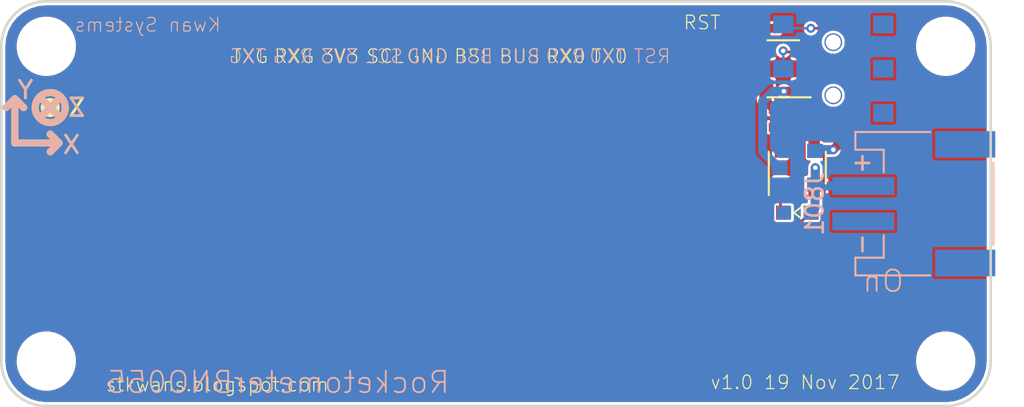
<source format=kicad_pcb>
(kicad_pcb (version 20170123) (host pcbnew no-vcs-found-84f1c8e~59~ubuntu17.04.1)

  (general
    (thickness 1.6)
    (drawings 33)
    (tracks 67)
    (zones 0)
    (modules 18)
    (nets 12)
  )

  (page A4)
  (layers
    (0 Top signal)
    (31 Bottom signal)
    (32 B.Adhes user hide)
    (33 F.Adhes user hide)
    (34 B.Paste user hide)
    (35 F.Paste user hide)
    (36 B.SilkS user)
    (37 F.SilkS user)
    (38 B.Mask user hide)
    (39 F.Mask user hide)
    (40 Dwgs.User user hide)
    (41 Cmts.User user hide)
    (42 Eco1.User user hide)
    (43 Eco2.User user hide)
    (44 Edge.Cuts user)
    (45 Margin user hide)
    (46 B.CrtYd user)
    (47 F.CrtYd user)
    (48 B.Fab user)
    (49 F.Fab user)
  )

  (setup
    (last_trace_width 0.1524)
    (user_trace_width 0.254)
    (user_trace_width 0.508)
    (trace_clearance 0.1524)
    (zone_clearance 0.1524)
    (zone_45_only no)
    (trace_min 0.1524)
    (segment_width 0.2)
    (edge_width 0.15)
    (via_size 0.508)
    (via_drill 0.254)
    (via_min_size 0.508)
    (via_min_drill 0.254)
    (uvia_size 0.3)
    (uvia_drill 0.1)
    (uvias_allowed no)
    (uvia_min_size 0)
    (uvia_min_drill 0)
    (pcb_text_width 0.3)
    (pcb_text_size 1.5 1.5)
    (mod_edge_width 0.15)
    (mod_text_size 1 1)
    (mod_text_width 0.15)
    (pad_size 1 1.15)
    (pad_drill 0)
    (pad_to_mask_clearance 0)
    (aux_axis_origin 0 0)
    (visible_elements 7FFFFF7F)
    (pcbplotparams
      (layerselection 0x00030_ffffffff)
      (usegerberextensions false)
      (excludeedgelayer true)
      (linewidth 0.100000)
      (plotframeref false)
      (viasonmask false)
      (mode 1)
      (useauxorigin false)
      (hpglpennumber 1)
      (hpglpenspeed 20)
      (hpglpendiameter 15)
      (psnegative false)
      (psa4output false)
      (plotreference true)
      (plotvalue true)
      (plotinvisibletext false)
      (padsonsilk false)
      (subtractmaskfromsilk false)
      (outputformat 1)
      (mirror false)
      (drillshape 1)
      (scaleselection 1)
      (outputdirectory ""))
  )

  (net 0 "")
  (net 1 GND)
  (net 2 VCC)
  (net 3 /Regulator/BYP)
  (net 4 /Regulator/PWR_EN)
  (net 5 /GND)
  (net 6 /VLIPO)
  (net 7 /STAT+)
  (net 8 /STAT-)
  (net 9 /PROG)
  (net 10 /VBUS)
  (net 11 /VRAW)

  (net_class Default "This is the default net class."
    (clearance 0.1524)
    (trace_width 0.1524)
    (via_dia 0.508)
    (via_drill 0.254)
    (uvia_dia 0.3)
    (uvia_drill 0.1)
    (add_net /GND)
    (add_net /PROG)
    (add_net /Regulator/BYP)
    (add_net /Regulator/PWR_EN)
    (add_net /STAT+)
    (add_net /STAT-)
    (add_net /VBUS)
    (add_net /VLIPO)
    (add_net /VRAW)
    (add_net GND)
    (add_net VCC)
  )

  (module KwanSystems:SPARKFUN_JST_POWER (layer Bottom) (tedit 59905C57) (tstamp 59905B74)
    (at 178.562 90.17 270)
    (descr "JST PH series connector, S2B-PH-SM4-TB, side entry type, surface mount, Datasheet: http://www.jst-mfg.com/product/pdf/eng/ePH.pdf")
    (tags "connector jst ph")
    (path /598BF231)
    (attr smd)
    (fp_text reference J801 (at 0 5.625 270) (layer B.SilkS)
      (effects (font (size 1 1) (thickness 0.15)) (justify mirror))
    )
    (fp_text value "JST 2mm" (at 0 -5.375 270) (layer B.Fab)
      (effects (font (size 1 1) (thickness 0.15)) (justify mirror))
    )
    (fp_text user - (at 2.3 3 270) (layer B.SilkS)
      (effects (font (size 1 1) (thickness 0.15)) (justify mirror))
    )
    (fp_text user + (at -2.3 3 270) (layer B.SilkS)
      (effects (font (size 1 1) (thickness 0.15)) (justify mirror))
    )
    (fp_line (start -3.15 1.625) (end -3.15 3.225) (layer B.Fab) (width 0.1))
    (fp_line (start -3.15 3.225) (end -3.95 3.225) (layer B.Fab) (width 0.1))
    (fp_line (start -3.95 3.225) (end -3.95 -4.375) (layer B.Fab) (width 0.1))
    (fp_line (start -3.95 -4.375) (end 3.95 -4.375) (layer B.Fab) (width 0.1))
    (fp_line (start 3.95 -4.375) (end 3.95 3.225) (layer B.Fab) (width 0.1))
    (fp_line (start 3.95 3.225) (end 3.15 3.225) (layer B.Fab) (width 0.1))
    (fp_line (start 3.15 3.225) (end 3.15 1.625) (layer B.Fab) (width 0.1))
    (fp_line (start 3.15 1.625) (end -3.15 1.625) (layer B.Fab) (width 0.1))
    (fp_line (start -1.775 1.725) (end -3.05 1.725) (layer B.SilkS) (width 0.12))
    (fp_line (start -3.05 1.725) (end -3.05 3.325) (layer B.SilkS) (width 0.12))
    (fp_line (start -3.05 3.325) (end -4.05 3.325) (layer B.SilkS) (width 0.12))
    (fp_line (start -4.05 3.325) (end -4.05 -0.9) (layer B.SilkS) (width 0.12))
    (fp_line (start 4.05 -0.9) (end 4.05 3.325) (layer B.SilkS) (width 0.12))
    (fp_line (start 4.05 3.325) (end 3.05 3.325) (layer B.SilkS) (width 0.12))
    (fp_line (start 3.05 3.325) (end 3.05 1.725) (layer B.SilkS) (width 0.12))
    (fp_line (start 3.05 1.725) (end 1.775 1.725) (layer B.SilkS) (width 0.12))
    (fp_line (start -2.325 -4.475) (end 2.325 -4.475) (layer B.SilkS) (width 0.12))
    (fp_line (start -4.6 5.13) (end -4.6 -5.07) (layer B.CrtYd) (width 0.05))
    (fp_line (start -4.6 -5.07) (end 4.6 -5.07) (layer B.CrtYd) (width 0.05))
    (fp_line (start 4.6 -5.07) (end 4.6 5.13) (layer B.CrtYd) (width 0.05))
    (fp_line (start 4.6 5.13) (end -4.6 5.13) (layer B.CrtYd) (width 0.05))
    (fp_text user %R (at 0 -1.5 270) (layer B.Fab)
      (effects (font (size 1 1) (thickness 0.15)) (justify mirror))
    )
    (pad + smd rect (at -1 2.875 270) (size 1 3.5) (layers Bottom B.Paste B.Mask)
      (net 6 /VLIPO))
    (pad - smd rect (at 1 2.875 270) (size 1 3.5) (layers Bottom B.Paste B.Mask)
      (net 5 /GND))
    (pad "" smd rect (at -3.35 -2.875 270) (size 1.5 3.4) (layers Bottom B.Paste B.Mask))
    (pad "" smd rect (at 3.35 -2.875 270) (size 1.5 3.4) (layers Bottom B.Paste B.Mask))
    (model ${KISYS3DMOD}/Connectors_JST.3dshapes/JST_PH_S2B-PH-SM4-TB_02x2.00mm_Angled.wrl
      (at (xyz 0 0 0))
      (scale (xyz 1 1 1))
      (rotate (xyz 0 0 0))
    )
  )

  (module KwanSystems:SWITCH_DPDT_AZY0202 (layer Bottom) (tedit 5990664D) (tstamp 598CA536)
    (at 173.99 82.55 270)
    (path /598E8215/598BF237)
    (fp_text reference S701 (at 0 -0.5 270) (layer B.SilkS) hide
      (effects (font (size 1 1) (thickness 0.15)) (justify mirror))
    )
    (fp_text value SPDT (at 0 0.5 270) (layer B.Fab) hide
      (effects (font (size 1 1) (thickness 0.15)) (justify mirror))
    )
    (fp_line (start -3.6 -1.75) (end -3.6 1.75) (layer B.CrtYd) (width 0.15))
    (fp_line (start 3.6 -1.75) (end -3.6 -1.75) (layer B.CrtYd) (width 0.15))
    (fp_line (start 3.6 1.75) (end 3.6 -1.75) (layer B.CrtYd) (width 0.15))
    (fp_line (start -3.6 1.75) (end 3.6 1.75) (layer B.CrtYd) (width 0.15))
    (pad "" np_thru_hole circle (at -1.5 0 270) (size 1 1) (drill 0.85) (layers *.Cu *.Mask))
    (pad 4 smd rect (at -2.5 -2.825 270) (size 1 1.15) (layers Bottom B.Paste B.Mask))
    (pad 5 smd rect (at 0 -2.825 270) (size 1 1.15) (layers Bottom B.Paste B.Mask))
    (pad 3 smd rect (at 2.5 2.825 270) (size 1 1.15) (layers Bottom B.Paste B.Mask)
      (net 1 GND))
    (pad 6 smd rect (at 2.5 -2.825 270) (size 1 1.15) (layers Bottom B.Paste B.Mask))
    (pad 2 smd rect (at 0 2.825 270) (size 1 1.15) (layers Bottom B.Paste B.Mask)
      (net 4 /Regulator/PWR_EN))
    (pad 1 smd rect (at -2.5 2.825 270) (size 1 1.15) (layers Bottom B.Paste B.Mask)
      (net 11 /VRAW))
    (pad "" np_thru_hole circle (at 1.5 0 270) (size 1 1) (drill 0.85) (layers *.Cu *.Mask))
  )

  (module STAND-OFF-TIGHT (layer Top) (tedit 598BF9B1) (tstamp 598BF1B2)
    (at 129.54 99.06)
    (descr "<b>Stand Off</b><p>\nThis is the mechanical footprint for a #4 phillips button head screw. Use the keepout ring to avoid running the screw head into surrounding components. SKU : PRT-00447")
    (fp_text reference JP1 (at 0 0) (layer F.SilkS) hide
      (effects (font (thickness 0.15)))
    )
    (fp_text value STAND-OFFTIGHT (at 0 0) (layer F.SilkS) hide
      (effects (font (thickness 0.15)))
    )
    (fp_circle (center 0 0) (end 0 0) (layer Dwgs.User) (width 0.127))
    (fp_arc (start 0 0) (end 0 0) (angle 180) (layer Dwgs.User) (width 0.2032))
    (fp_arc (start 0 0) (end 0 0) (angle -180) (layer Dwgs.User) (width 0.2032))
    (fp_arc (start 0 0) (end 0 0) (angle 180) (layer Dwgs.User) (width 0.2032))
    (fp_arc (start 0 0) (end 0 0) (angle 180) (layer Dwgs.User) (width 0.2032))
    (pad "" np_thru_hole circle (at 0 0) (size 3.048 3.048) (drill 3.048) (layers *.Cu))
  )

  (module STAND-OFF-TIGHT (layer Top) (tedit 0) (tstamp 598BF1E2)
    (at 129.54 81.28)
    (descr "<b>Stand Off</b><p>\nThis is the mechanical footprint for a #4 phillips button head screw. Use the keepout ring to avoid running the screw head into surrounding components. SKU : PRT-00447")
    (fp_text reference JP2 (at 0 0) (layer F.SilkS) hide
      (effects (font (thickness 0.15)))
    )
    (fp_text value STAND-OFFTIGHT (at 0 0) (layer F.SilkS) hide
      (effects (font (thickness 0.15)))
    )
    (fp_circle (center 0 0) (end 0 0) (layer Dwgs.User) (width 0.127))
    (fp_arc (start 0 0) (end 0 0) (angle 180) (layer Dwgs.User) (width 0.2032))
    (fp_arc (start 0 0) (end 0 0) (angle -180) (layer Dwgs.User) (width 0.2032))
    (fp_arc (start 0 0) (end 0 0) (angle 180) (layer Dwgs.User) (width 0.2032))
    (fp_arc (start 0 0) (end 0 0) (angle 180) (layer Dwgs.User) (width 0.2032))
    (pad "" np_thru_hole circle (at 0 0) (size 3.048 3.048) (drill 3.048) (layers *.Cu))
  )

  (module STAND-OFF-TIGHT (layer Top) (tedit 0) (tstamp 598BF29C)
    (at 180.34 99.06)
    (descr "<b>Stand Off</b><p>\nThis is the mechanical footprint for a #4 phillips button head screw. Use the keepout ring to avoid running the screw head into surrounding components. SKU : PRT-00447")
    (fp_text reference JP4 (at 0 0) (layer F.SilkS) hide
      (effects (font (thickness 0.15)))
    )
    (fp_text value STAND-OFFTIGHT (at 0 0) (layer F.SilkS) hide
      (effects (font (thickness 0.15)))
    )
    (fp_circle (center 0 0) (end 0 0) (layer Dwgs.User) (width 0.127))
    (fp_arc (start 0 0) (end 0 0) (angle 180) (layer Dwgs.User) (width 0.2032))
    (fp_arc (start 0 0) (end 0 0) (angle -180) (layer Dwgs.User) (width 0.2032))
    (fp_arc (start 0 0) (end 0 0) (angle 180) (layer Dwgs.User) (width 0.2032))
    (fp_arc (start 0 0) (end 0 0) (angle 180) (layer Dwgs.User) (width 0.2032))
    (pad "" np_thru_hole circle (at 0 0) (size 3.048 3.048) (drill 3.048) (layers *.Cu))
  )

  (module STAND-OFF-TIGHT (layer Top) (tedit 0) (tstamp 598BF2A5)
    (at 180.34 81.28)
    (descr "<b>Stand Off</b><p>\nThis is the mechanical footprint for a #4 phillips button head screw. Use the keepout ring to avoid running the screw head into surrounding components. SKU : PRT-00447")
    (fp_text reference JP5 (at 0 0) (layer F.SilkS) hide
      (effects (font (thickness 0.15)))
    )
    (fp_text value STAND-OFFTIGHT (at 0 0) (layer F.SilkS) hide
      (effects (font (thickness 0.15)))
    )
    (fp_circle (center 0 0) (end 0 0) (layer Dwgs.User) (width 0.127))
    (fp_arc (start 0 0) (end 0 0) (angle 180) (layer Dwgs.User) (width 0.2032))
    (fp_arc (start 0 0) (end 0 0) (angle -180) (layer Dwgs.User) (width 0.2032))
    (fp_arc (start 0 0) (end 0 0) (angle 180) (layer Dwgs.User) (width 0.2032))
    (fp_arc (start 0 0) (end 0 0) (angle 180) (layer Dwgs.User) (width 0.2032))
    (pad "" np_thru_hole circle (at 0 0) (size 3.048 3.048) (drill 3.048) (layers *.Cu))
  )

  (module KwanSystems:SMD_0402 (layer Top) (tedit 5990660F) (tstamp 598CA3F3)
    (at 173.99 82.55 180)
    (descr "Capacitor SMD 0402, reflow soldering, AVX (see smccp.pdf)")
    (tags "capacitor 0402")
    (path /598E8215/598BF239)
    (attr smd)
    (fp_text reference C704 (at 0 0 180) (layer F.Fab)
      (effects (font (size 0.2 0.2) (thickness 0.015)))
    )
    (fp_text value 1uF (at 0 -0.4 180) (layer F.Fab)
      (effects (font (size 0.127 0.127) (thickness 0.015)))
    )
    (fp_line (start 1 0.4) (end -1 0.4) (layer F.CrtYd) (width 0.05))
    (fp_line (start 1 0.4) (end 1 -0.4) (layer F.CrtYd) (width 0.05))
    (fp_line (start -1 -0.4) (end -1 0.4) (layer F.CrtYd) (width 0.05))
    (fp_line (start -1 -0.4) (end 1 -0.4) (layer F.CrtYd) (width 0.05))
    (fp_line (start -0.5 -0.25) (end 0.5 -0.25) (layer F.Fab) (width 0.1))
    (fp_line (start 0.5 -0.25) (end 0.5 0.25) (layer F.Fab) (width 0.1))
    (fp_line (start 0.5 0.25) (end -0.5 0.25) (layer F.Fab) (width 0.1))
    (fp_line (start -0.5 0.25) (end -0.5 -0.25) (layer F.Fab) (width 0.1))
    (pad 2 smd rect (at 0.55 0 180) (size 0.6 0.5) (layers Top F.Paste F.Mask)
      (net 1 GND))
    (pad 1 smd rect (at -0.55 0 180) (size 0.6 0.5) (layers Top F.Paste F.Mask)
      (net 11 /VRAW))
    (model Capacitors_SMD.3dshapes/C_0402.wrl
      (at (xyz 0 0 0))
      (scale (xyz 1 1 1))
      (rotate (xyz 0 0 0))
    )
  )

  (module KwanSystems:SMD_0402 (layer Top) (tedit 598F0BF3) (tstamp 598CA3F9)
    (at 171.196 80.264)
    (descr "Capacitor SMD 0402, reflow soldering, AVX (see smccp.pdf)")
    (tags "capacitor 0402")
    (path /598E8215/598BF23A)
    (attr smd)
    (fp_text reference C714 (at 0 0) (layer F.Fab)
      (effects (font (size 0.2 0.2) (thickness 0.015)))
    )
    (fp_text value 100nF (at 0 -0.4) (layer F.Fab)
      (effects (font (size 0.127 0.127) (thickness 0.015)))
    )
    (fp_line (start 1 0.4) (end -1 0.4) (layer F.CrtYd) (width 0.05))
    (fp_line (start 1 0.4) (end 1 -0.4) (layer F.CrtYd) (width 0.05))
    (fp_line (start -1 -0.4) (end -1 0.4) (layer F.CrtYd) (width 0.05))
    (fp_line (start -1 -0.4) (end 1 -0.4) (layer F.CrtYd) (width 0.05))
    (fp_line (start -0.5 -0.25) (end 0.5 -0.25) (layer F.Fab) (width 0.1))
    (fp_line (start 0.5 -0.25) (end 0.5 0.25) (layer F.Fab) (width 0.1))
    (fp_line (start 0.5 0.25) (end -0.5 0.25) (layer F.Fab) (width 0.1))
    (fp_line (start -0.5 0.25) (end -0.5 -0.25) (layer F.Fab) (width 0.1))
    (pad 2 smd rect (at 0.55 0) (size 0.6 0.5) (layers Top F.Paste F.Mask)
      (net 1 GND))
    (pad 1 smd rect (at -0.55 0) (size 0.6 0.5) (layers Top F.Paste F.Mask)
      (net 3 /Regulator/BYP))
    (model Capacitors_SMD.3dshapes/C_0402.wrl
      (at (xyz 0 0 0))
      (scale (xyz 1 1 1))
      (rotate (xyz 0 0 0))
    )
  )

  (module KwanSystems:SMD_0402 (layer Top) (tedit 598F0C0A) (tstamp 598CA3FF)
    (at 171.196 84.836)
    (descr "Capacitor SMD 0402, reflow soldering, AVX (see smccp.pdf)")
    (tags "capacitor 0402")
    (path /598E8215/598BF23B)
    (attr smd)
    (fp_text reference C715 (at 0 0) (layer F.Fab)
      (effects (font (size 0.2 0.2) (thickness 0.015)))
    )
    (fp_text value 4.7nF (at 0 -0.4) (layer F.Fab)
      (effects (font (size 0.127 0.127) (thickness 0.015)))
    )
    (fp_line (start 1 0.4) (end -1 0.4) (layer F.CrtYd) (width 0.05))
    (fp_line (start 1 0.4) (end 1 -0.4) (layer F.CrtYd) (width 0.05))
    (fp_line (start -1 -0.4) (end -1 0.4) (layer F.CrtYd) (width 0.05))
    (fp_line (start -1 -0.4) (end 1 -0.4) (layer F.CrtYd) (width 0.05))
    (fp_line (start -0.5 -0.25) (end 0.5 -0.25) (layer F.Fab) (width 0.1))
    (fp_line (start 0.5 -0.25) (end 0.5 0.25) (layer F.Fab) (width 0.1))
    (fp_line (start 0.5 0.25) (end -0.5 0.25) (layer F.Fab) (width 0.1))
    (fp_line (start -0.5 0.25) (end -0.5 -0.25) (layer F.Fab) (width 0.1))
    (pad 2 smd rect (at 0.55 0) (size 0.6 0.5) (layers Top F.Paste F.Mask)
      (net 1 GND))
    (pad 1 smd rect (at -0.55 0) (size 0.6 0.5) (layers Top F.Paste F.Mask)
      (net 2 VCC))
    (model Capacitors_SMD.3dshapes/C_0402.wrl
      (at (xyz 0 0 0))
      (scale (xyz 1 1 1))
      (rotate (xyz 0 0 0))
    )
  )

  (module TO_SOT_Packages_SMD:SOT-23-5 (layer Top) (tedit 59906604) (tstamp 598CA556)
    (at 171.165 82.55 180)
    (descr "5-pin SOT23 package")
    (tags SOT-23-5)
    (path /598E8215/598BF238)
    (attr smd)
    (fp_text reference U701 (at 0.477 -0.508 180) (layer F.Fab)
      (effects (font (size 0.2 0.2) (thickness 0.015)))
    )
    (fp_text value 3.3V (at 0.477 0.508 180) (layer F.Fab)
      (effects (font (size 0.2 0.2) (thickness 0.015)))
    )
    (fp_text user %R (at 0.477 -0.508) (layer F.Fab)
      (effects (font (size 0.2 0.2) (thickness 0.015)))
    )
    (fp_line (start -0.9 1.61) (end 0.9 1.61) (layer F.SilkS) (width 0.12))
    (fp_line (start 0.9 -1.61) (end -1.55 -1.61) (layer F.SilkS) (width 0.12))
    (fp_line (start -1.9 -1.8) (end 1.9 -1.8) (layer F.CrtYd) (width 0.05))
    (fp_line (start 1.9 -1.8) (end 1.9 1.8) (layer F.CrtYd) (width 0.05))
    (fp_line (start 1.9 1.8) (end -1.9 1.8) (layer F.CrtYd) (width 0.05))
    (fp_line (start -1.9 1.8) (end -1.9 -1.8) (layer F.CrtYd) (width 0.05))
    (fp_line (start -0.9 -0.9) (end -0.25 -1.55) (layer F.Fab) (width 0.1))
    (fp_line (start 0.9 -1.55) (end -0.25 -1.55) (layer F.Fab) (width 0.1))
    (fp_line (start -0.9 -0.9) (end -0.9 1.55) (layer F.Fab) (width 0.1))
    (fp_line (start 0.9 1.55) (end -0.9 1.55) (layer F.Fab) (width 0.1))
    (fp_line (start 0.9 -1.55) (end 0.9 1.55) (layer F.Fab) (width 0.1))
    (pad 1 smd rect (at -1.1 -0.95 180) (size 1.06 0.65) (layers Top F.Paste F.Mask)
      (net 11 /VRAW))
    (pad 2 smd rect (at -1.1 0 180) (size 1.06 0.65) (layers Top F.Paste F.Mask)
      (net 1 GND))
    (pad 3 smd rect (at -1.1 0.95 180) (size 1.06 0.65) (layers Top F.Paste F.Mask)
      (net 4 /Regulator/PWR_EN))
    (pad 4 smd rect (at 1.1 0.95 180) (size 1.06 0.65) (layers Top F.Paste F.Mask)
      (net 3 /Regulator/BYP))
    (pad 5 smd rect (at 1.1 -0.95 180) (size 1.06 0.65) (layers Top F.Paste F.Mask)
      (net 2 VCC))
    (model ${KISYS3DMOD}/TO_SOT_Packages_SMD.3dshapes/SOT-23-5.wrl
      (at (xyz 0 0 0))
      (scale (xyz 1 1 1))
      (rotate (xyz 0 0 0))
    )
  )

  (module KwanSystems:Axis (layer Top) (tedit 590A7BBF) (tstamp 598CB4A0)
    (at 127.762 86.741)
    (descr "Built for the MPU-9250 using guidelines found in http://cds.linear.com/docs/en/packaging/Carsem%20MLP%20users%20guide.pdf")
    (fp_text reference U501 (at -1.3 1.5) (layer F.Fab) hide
      (effects (font (size 0.77216 0.77216) (thickness 0.065024)) (justify left bottom))
    )
    (fp_text value MPU9250 (at -1.8 2.75) (layer F.SilkS) hide
      (effects (font (size 0.77216 0.77216) (thickness 0.065024)) (justify left bottom))
    )
    (fp_line (start -0.5 -2) (end 0 -2.5) (layer F.SilkS) (width 0.4))
    (fp_line (start 0 -2.5) (end 0.5 -2) (layer F.SilkS) (width 0.4))
    (fp_line (start 0.5 -2) (end 0 -2.5) (layer F.SilkS) (width 0.4))
    (fp_line (start 0 -2.5) (end 0 0) (layer F.SilkS) (width 0.4))
    (fp_line (start 0 0) (end 2.5 0) (layer F.SilkS) (width 0.4))
    (fp_line (start 2.5 0) (end 2 -0.5) (layer F.SilkS) (width 0.4))
    (fp_line (start 2 -0.5) (end 2.5 0) (layer F.SilkS) (width 0.4))
    (fp_line (start 2.5 0) (end 2 0.5) (layer F.SilkS) (width 0.4))
    (fp_text user Y (at 0.6 -3) (layer F.SilkS)
      (effects (font (size 1 1) (thickness 0.15)))
    )
    (fp_text user X (at 3.2 0.1) (layer F.SilkS)
      (effects (font (size 1 1) (thickness 0.15)))
    )
    (fp_circle (center 2 -2) (end 2.6 -1.4) (layer F.SilkS) (width 0.4))
    (fp_circle (center 2 -2) (end 2.1 -1.9) (layer F.SilkS) (width 0.4))
    (fp_text user Z (at 3.5 -2) (layer F.SilkS)
      (effects (font (size 1 1) (thickness 0.15)))
    )
    (fp_line (start -0.5 -2) (end 0 -2.5) (layer B.SilkS) (width 0.4))
    (fp_line (start 0 -2.5) (end 0.5 -2) (layer B.SilkS) (width 0.4))
    (fp_line (start 0.5 -2) (end 0 -2.5) (layer B.SilkS) (width 0.4))
    (fp_line (start 0 -2.5) (end 0 0) (layer B.SilkS) (width 0.4))
    (fp_line (start 0 0) (end 2.5 0) (layer B.SilkS) (width 0.4))
    (fp_line (start 2.5 0) (end 2 -0.5) (layer B.SilkS) (width 0.4))
    (fp_line (start 2 -0.5) (end 2.5 0) (layer B.SilkS) (width 0.4))
    (fp_line (start 2.5 0) (end 2 0.5) (layer B.SilkS) (width 0.4))
    (fp_text user X (at 3.2 0.1) (layer B.SilkS)
      (effects (font (size 1 1) (thickness 0.15)) (justify mirror))
    )
    (fp_text user Y (at 0.6 -3) (layer B.SilkS)
      (effects (font (size 1 1) (thickness 0.15)) (justify mirror))
    )
    (fp_text user Z (at 3.5 -2) (layer B.SilkS)
      (effects (font (size 1 1) (thickness 0.15)) (justify mirror))
    )
    (fp_circle (center 2 -2) (end 2.6 -1.4) (layer B.SilkS) (width 0.4))
    (fp_line (start 1.4 -2.6) (end 2.6 -1.4) (layer B.SilkS) (width 0.4))
    (fp_line (start 2.6 -2.6) (end 1.4 -1.4) (layer B.SilkS) (width 0.4))
  )

  (module KwanSystems:SMD_0603 (layer Top) (tedit 590965EB) (tstamp 59905B22)
    (at 173.482 85.852 180)
    (descr "Capacitor SMD 0603, reflow soldering, AVX (see smccp.pdf)")
    (tags "capacitor 0603")
    (path /598BF22C)
    (attr smd)
    (fp_text reference C802 (at 0 -0.2 180) (layer F.Fab)
      (effects (font (size 0.2 0.2) (thickness 0.015)))
    )
    (fp_text value 4.7uF (at 0 0.2 180) (layer F.Fab)
      (effects (font (size 0.2 0.2) (thickness 0.015)))
    )
    (fp_line (start -0.8 0.4) (end -0.8 -0.4) (layer F.Fab) (width 0.1))
    (fp_line (start 0.8 0.4) (end -0.8 0.4) (layer F.Fab) (width 0.1))
    (fp_line (start 0.8 -0.4) (end 0.8 0.4) (layer F.Fab) (width 0.1))
    (fp_line (start -0.8 -0.4) (end 0.8 -0.4) (layer F.Fab) (width 0.1))
    (fp_line (start -1.4 -0.65) (end 1.4 -0.65) (layer F.CrtYd) (width 0.05))
    (fp_line (start -1.4 -0.65) (end -1.4 0.65) (layer F.CrtYd) (width 0.05))
    (fp_line (start 1.4 0.65) (end 1.4 -0.65) (layer F.CrtYd) (width 0.05))
    (fp_line (start 1.4 0.65) (end -1.4 0.65) (layer F.CrtYd) (width 0.05))
    (pad 1 smd rect (at -0.75 0 180) (size 0.8 0.75) (layers Top F.Paste F.Mask)
      (net 10 /VBUS))
    (pad 2 smd rect (at 0.75 0 180) (size 0.8 0.75) (layers Top F.Paste F.Mask)
      (net 5 /GND))
    (model Capacitors_SMD.3dshapes/C_0603.wrl
      (at (xyz 0 0 0))
      (scale (xyz 1 1 1))
      (rotate (xyz 0 0 0))
    )
  )

  (module KwanSystems:SMD_0603 (layer Bottom) (tedit 590965EB) (tstamp 59905B30)
    (at 171.958 90.678 180)
    (descr "Capacitor SMD 0603, reflow soldering, AVX (see smccp.pdf)")
    (tags "capacitor 0603")
    (path /598BF232)
    (attr smd)
    (fp_text reference C803 (at 0 0.2 180) (layer B.Fab)
      (effects (font (size 0.2 0.2) (thickness 0.015)) (justify mirror))
    )
    (fp_text value 4.7uF (at 0 -0.2 180) (layer B.Fab)
      (effects (font (size 0.2 0.2) (thickness 0.015)) (justify mirror))
    )
    (fp_line (start 1.4 -0.65) (end -1.4 -0.65) (layer B.CrtYd) (width 0.05))
    (fp_line (start 1.4 -0.65) (end 1.4 0.65) (layer B.CrtYd) (width 0.05))
    (fp_line (start -1.4 0.65) (end -1.4 -0.65) (layer B.CrtYd) (width 0.05))
    (fp_line (start -1.4 0.65) (end 1.4 0.65) (layer B.CrtYd) (width 0.05))
    (fp_line (start -0.8 0.4) (end 0.8 0.4) (layer B.Fab) (width 0.1))
    (fp_line (start 0.8 0.4) (end 0.8 -0.4) (layer B.Fab) (width 0.1))
    (fp_line (start 0.8 -0.4) (end -0.8 -0.4) (layer B.Fab) (width 0.1))
    (fp_line (start -0.8 -0.4) (end -0.8 0.4) (layer B.Fab) (width 0.1))
    (pad 2 smd rect (at 0.75 0 180) (size 0.8 0.75) (layers Bottom B.Paste B.Mask)
      (net 5 /GND))
    (pad 1 smd rect (at -0.75 0 180) (size 0.8 0.75) (layers Bottom B.Paste B.Mask)
      (net 6 /VLIPO))
    (model Capacitors_SMD.3dshapes/C_0603.wrl
      (at (xyz 0 0 0))
      (scale (xyz 1 1 1))
      (rotate (xyz 0 0 0))
    )
  )

  (module KwanSystems:D_0603 (layer Top) (tedit 59096247) (tstamp 59905B40)
    (at 171.958 90.678)
    (descr "LED 0603 smd package")
    (tags "LED led 0603 SMD smd SMT smt smdled SMDLED smtled SMTLED")
    (path /598BF22E)
    (attr smd)
    (fp_text reference D801 (at 1.2 -0.5) (layer F.Fab)
      (effects (font (size 0.2 0.2) (thickness 0.015)))
    )
    (fp_text value YELLOW (at 1.1 0.5) (layer F.Fab)
      (effects (font (size 0.2 0.2) (thickness 0.015)))
    )
    (fp_line (start -0.2 0) (end 0.2 -0.3) (layer F.SilkS) (width 0.1))
    (fp_line (start 0.2 0.3) (end -0.2 0) (layer F.SilkS) (width 0.1))
    (fp_line (start 0.8 0.4) (end -0.8 0.4) (layer F.Fab) (width 0.1))
    (fp_line (start 0.8 -0.4) (end 0.8 0.4) (layer F.Fab) (width 0.1))
    (fp_line (start -0.8 -0.4) (end 0.8 -0.4) (layer F.Fab) (width 0.1))
    (fp_line (start -0.8 0.4) (end -0.8 -0.4) (layer F.Fab) (width 0.1))
    (fp_line (start 1.45 -0.65) (end 1.45 0.65) (layer F.CrtYd) (width 0.05))
    (fp_line (start 1.45 0.65) (end -1.45 0.65) (layer F.CrtYd) (width 0.05))
    (fp_line (start -1.45 0.65) (end -1.45 -0.65) (layer F.CrtYd) (width 0.05))
    (fp_line (start -1.45 -0.65) (end 1.45 -0.65) (layer F.CrtYd) (width 0.05))
    (pad 2 smd rect (at 0.8 0 180) (size 0.8 0.8) (layers Top F.Paste F.Mask)
      (net 7 /STAT+))
    (pad 1 smd rect (at -0.8 0 180) (size 0.8 0.8) (layers Top F.Paste F.Mask)
      (net 8 /STAT-))
    (model LEDs.3dshapes/LED_0603.wrl
      (at (xyz 0 0 0))
      (scale (xyz 1 1 1))
      (rotate (xyz 0 0 180))
    )
  )

  (module KwanSystems:SOT-23 (layer Bottom) (tedit 59742048) (tstamp 59905B53)
    (at 171.958 88.138 180)
    (descr "SOT-23, Standard")
    (tags SOT-23)
    (path /598BF233)
    (attr smd)
    (fp_text reference D802 (at 0 0 90) (layer B.SilkS) hide
      (effects (font (size 0.5 0.5) (thickness 0.075)) (justify mirror))
    )
    (fp_text value DCC (at -0.90424 0.01016 90) (layer B.Fab)
      (effects (font (size 0.2 0.2) (thickness 0.015)) (justify mirror))
    )
    (fp_text user D (at 0.4 0 90) (layer B.Fab)
      (effects (font (size 0.2 0.2) (thickness 0.015)) (justify mirror))
    )
    (fp_text user %R (at 0 0 90) (layer B.Fab)
      (effects (font (size 0.5 0.5) (thickness 0.075)) (justify mirror))
    )
    (fp_line (start -0.7 1.5) (end -0.7 -1.5) (layer B.Fab) (width 0.1))
    (fp_line (start -0.7 1.52) (end 0.7 1.52) (layer B.Fab) (width 0.1))
    (fp_line (start 0.7 1.52) (end 0.7 -1.52) (layer B.Fab) (width 0.1))
    (fp_line (start -0.7 -1.52) (end 0.7 -1.52) (layer B.Fab) (width 0.1))
    (fp_line (start -1.7 1.75) (end 1.7 1.75) (layer B.CrtYd) (width 0.05))
    (fp_line (start 1.7 1.75) (end 1.7 -1.75) (layer B.CrtYd) (width 0.05))
    (fp_line (start 1.7 -1.75) (end -1.7 -1.75) (layer B.CrtYd) (width 0.05))
    (fp_line (start -1.7 -1.75) (end -1.7 1.75) (layer B.CrtYd) (width 0.05))
    (fp_text user S (at -0.4 -1 90) (layer B.Fab)
      (effects (font (size 0.2 0.2) (thickness 0.015)) (justify mirror))
    )
    (fp_text user G (at -0.4 1 90) (layer B.Fab)
      (effects (font (size 0.2 0.2) (thickness 0.015)) (justify mirror))
    )
    (pad 1 smd rect (at -1 0.95 180) (size 0.9 0.8) (layers Bottom B.Paste B.Mask)
      (net 10 /VBUS))
    (pad 2 smd rect (at -1 -0.95 180) (size 0.9 0.8) (layers Bottom B.Paste B.Mask)
      (net 6 /VLIPO))
    (pad 3 smd rect (at 1 0 180) (size 0.9 0.8) (layers Bottom B.Paste B.Mask)
      (net 11 /VRAW))
    (model ${KISYS3DMOD}/TO_SOT_Packages_SMD.3dshapes/SOT-23.wrl
      (at (xyz 0 0 0))
      (scale (xyz 1 1 1))
      (rotate (xyz 0 0 90))
    )
  )

  (module KwanSystems:SMD_0402 (layer Top) (tedit 59095EAF) (tstamp 59905B82)
    (at 171.196 85.852 180)
    (descr "Capacitor SMD 0402, reflow soldering, AVX (see smccp.pdf)")
    (tags "capacitor 0402")
    (path /598BF230)
    (attr smd)
    (fp_text reference R801 (at 0 0 180) (layer F.Fab)
      (effects (font (size 0.2 0.2) (thickness 0.015)))
    )
    (fp_text value 10k (at 0 -0.4 180) (layer F.Fab)
      (effects (font (size 0.127 0.127) (thickness 0.015)))
    )
    (fp_line (start -0.5 0.25) (end -0.5 -0.25) (layer F.Fab) (width 0.1))
    (fp_line (start 0.5 0.25) (end -0.5 0.25) (layer F.Fab) (width 0.1))
    (fp_line (start 0.5 -0.25) (end 0.5 0.25) (layer F.Fab) (width 0.1))
    (fp_line (start -0.5 -0.25) (end 0.5 -0.25) (layer F.Fab) (width 0.1))
    (fp_line (start -1 -0.4) (end 1 -0.4) (layer F.CrtYd) (width 0.05))
    (fp_line (start -1 -0.4) (end -1 0.4) (layer F.CrtYd) (width 0.05))
    (fp_line (start 1 0.4) (end 1 -0.4) (layer F.CrtYd) (width 0.05))
    (fp_line (start 1 0.4) (end -1 0.4) (layer F.CrtYd) (width 0.05))
    (pad 1 smd rect (at -0.55 0 180) (size 0.6 0.5) (layers Top F.Paste F.Mask)
      (net 5 /GND))
    (pad 2 smd rect (at 0.55 0 180) (size 0.6 0.5) (layers Top F.Paste F.Mask)
      (net 9 /PROG))
    (model Capacitors_SMD.3dshapes/C_0402.wrl
      (at (xyz 0 0 0))
      (scale (xyz 1 1 1))
      (rotate (xyz 0 0 0))
    )
  )

  (module KwanSystems:SMD_0402 (layer Top) (tedit 59095EAF) (tstamp 59905B90)
    (at 171.916 91.948 180)
    (descr "Capacitor SMD 0402, reflow soldering, AVX (see smccp.pdf)")
    (tags "capacitor 0402")
    (path /598BF22D)
    (attr smd)
    (fp_text reference R804 (at 0 0 180) (layer F.Fab)
      (effects (font (size 0.2 0.2) (thickness 0.015)))
    )
    (fp_text value 1.5k (at 0 -0.4 180) (layer F.Fab)
      (effects (font (size 0.127 0.127) (thickness 0.015)))
    )
    (fp_line (start 1 0.4) (end -1 0.4) (layer F.CrtYd) (width 0.05))
    (fp_line (start 1 0.4) (end 1 -0.4) (layer F.CrtYd) (width 0.05))
    (fp_line (start -1 -0.4) (end -1 0.4) (layer F.CrtYd) (width 0.05))
    (fp_line (start -1 -0.4) (end 1 -0.4) (layer F.CrtYd) (width 0.05))
    (fp_line (start -0.5 -0.25) (end 0.5 -0.25) (layer F.Fab) (width 0.1))
    (fp_line (start 0.5 -0.25) (end 0.5 0.25) (layer F.Fab) (width 0.1))
    (fp_line (start 0.5 0.25) (end -0.5 0.25) (layer F.Fab) (width 0.1))
    (fp_line (start -0.5 0.25) (end -0.5 -0.25) (layer F.Fab) (width 0.1))
    (pad 2 smd rect (at 0.55 0 180) (size 0.6 0.5) (layers Top F.Paste F.Mask)
      (net 7 /STAT+))
    (pad 1 smd rect (at -0.55 0 180) (size 0.6 0.5) (layers Top F.Paste F.Mask)
      (net 10 /VBUS))
    (model Capacitors_SMD.3dshapes/C_0402.wrl
      (at (xyz 0 0 0))
      (scale (xyz 1 1 1))
      (rotate (xyz 0 0 0))
    )
  )

  (module TO_SOT_Packages_SMD:SOT-23-5 (layer Top) (tedit 59906369) (tstamp 59905BA5)
    (at 171.958 88.138 90)
    (descr "5-pin SOT23 package")
    (tags SOT-23-5)
    (path /598BF22F)
    (attr smd)
    (fp_text reference U801 (at 0 -2.9 90) (layer F.SilkS) hide
      (effects (font (size 1 1) (thickness 0.15)))
    )
    (fp_text value MCP73831 (at 0 2.9 90) (layer F.Fab)
      (effects (font (size 1 1) (thickness 0.15)))
    )
    (fp_line (start 0.9 -1.55) (end 0.9 1.55) (layer F.Fab) (width 0.1))
    (fp_line (start 0.9 1.55) (end -0.9 1.55) (layer F.Fab) (width 0.1))
    (fp_line (start -0.9 -0.9) (end -0.9 1.55) (layer F.Fab) (width 0.1))
    (fp_line (start 0.9 -1.55) (end -0.25 -1.55) (layer F.Fab) (width 0.1))
    (fp_line (start -0.9 -0.9) (end -0.25 -1.55) (layer F.Fab) (width 0.1))
    (fp_line (start -1.9 1.8) (end -1.9 -1.8) (layer F.CrtYd) (width 0.05))
    (fp_line (start 1.9 1.8) (end -1.9 1.8) (layer F.CrtYd) (width 0.05))
    (fp_line (start 1.9 -1.8) (end 1.9 1.8) (layer F.CrtYd) (width 0.05))
    (fp_line (start -1.9 -1.8) (end 1.9 -1.8) (layer F.CrtYd) (width 0.05))
    (fp_line (start 0.9 -1.61) (end -1.55 -1.61) (layer F.SilkS) (width 0.12))
    (fp_line (start -0.9 1.61) (end 0.9 1.61) (layer F.SilkS) (width 0.12))
    (fp_text user %R (at 0 0 180) (layer F.Fab)
      (effects (font (size 0.5 0.5) (thickness 0.075)))
    )
    (pad 5 smd rect (at 1.1 -0.95 90) (size 1.06 0.65) (layers Top F.Paste F.Mask)
      (net 9 /PROG))
    (pad 4 smd rect (at 1.1 0.95 90) (size 1.06 0.65) (layers Top F.Paste F.Mask)
      (net 10 /VBUS))
    (pad 3 smd rect (at -1.1 0.95 90) (size 1.06 0.65) (layers Top F.Paste F.Mask)
      (net 6 /VLIPO))
    (pad 2 smd rect (at -1.1 0 90) (size 1.06 0.65) (layers Top F.Paste F.Mask)
      (net 5 /GND))
    (pad 1 smd rect (at -1.1 -0.95 90) (size 1.06 0.65) (layers Top F.Paste F.Mask)
      (net 8 /STAT-))
    (model ${KISYS3DMOD}/TO_SOT_Packages_SMD.3dshapes/SOT-23-5.wrl
      (at (xyz 0 0 0))
      (scale (xyz 1 1 1))
      (rotate (xyz 0 0 0))
    )
  )

  (gr_text RST (at 164.846 82.296) (layer B.SilkS) (tstamp 598E860F)
    (effects (font (size 0.77216 0.77216) (thickness 0.065024)) (justify left bottom mirror))
  )
  (gr_text TX0 (at 162.306 82.296) (layer B.SilkS) (tstamp 598E860B)
    (effects (font (size 0.77216 0.77216) (thickness 0.065024)) (justify left bottom mirror))
  )
  (gr_text RX0 (at 160.02 82.296) (layer B.SilkS) (tstamp 598E8607)
    (effects (font (size 0.77216 0.77216) (thickness 0.065024)) (justify left bottom mirror))
  )
  (gr_text BUS (at 157.48 82.296) (layer B.SilkS) (tstamp 598E8603)
    (effects (font (size 0.77216 0.77216) (thickness 0.065024)) (justify left bottom mirror))
  )
  (gr_text BSL (at 154.813 82.296) (layer B.SilkS) (tstamp 598E85FF)
    (effects (font (size 0.77216 0.77216) (thickness 0.065024)) (justify left bottom mirror))
  )
  (gr_text GND (at 152.273 82.296) (layer B.SilkS) (tstamp 598E85FB)
    (effects (font (size 0.77216 0.77216) (thickness 0.065024)) (justify left bottom mirror))
  )
  (gr_text SCL (at 149.733 82.296) (layer B.SilkS) (tstamp 598E856F)
    (effects (font (size 0.77216 0.77216) (thickness 0.065024)) (justify left bottom mirror))
  )
  (gr_text 3V3 (at 147.193 82.296) (layer B.SilkS) (tstamp 598E8569)
    (effects (font (size 0.77216 0.77216) (thickness 0.065024)) (justify left bottom mirror))
  )
  (gr_text RXG (at 144.653 82.296) (layer B.SilkS) (tstamp 598E8563)
    (effects (font (size 0.77216 0.77216) (thickness 0.065024)) (justify left bottom mirror))
  )
  (gr_text TXG (at 141.986 82.296) (layer B.SilkS) (tstamp 598E8539)
    (effects (font (size 0.77216 0.77216) (thickness 0.065024)) (justify left bottom mirror))
  )
  (gr_text TXG (at 139.954 82.296) (layer F.SilkS) (tstamp 598E8530)
    (effects (font (size 0.77216 0.77216) (thickness 0.065024)) (justify left bottom))
  )
  (gr_text RXG (at 142.367 82.296) (layer F.SilkS) (tstamp 598E851B)
    (effects (font (size 0.77216 0.77216) (thickness 0.065024)) (justify left bottom))
  )
  (gr_text RST (at 165.481 80.391) (layer F.SilkS) (tstamp 598E84C8)
    (effects (font (size 0.77216 0.77216) (thickness 0.065024)) (justify left bottom))
  )
  (gr_text TX0 (at 160.274 82.296) (layer F.SilkS) (tstamp 7FFFFFFF)
    (effects (font (size 0.77216 0.77216) (thickness 0.065024)) (justify left bottom))
  )
  (gr_line (start 129.54 78.74) (end 180.34 78.74) (layer Edge.Cuts) (width 0.15) (tstamp 7FFFFFFF))
  (gr_line (start 182.88 81.28) (end 182.88 99.06) (layer Edge.Cuts) (width 0.15) (tstamp 7FFFFFFF))
  (gr_arc (start 180.34 99.06) (end 182.88 99.06) (angle 90) (layer Edge.Cuts) (width 0.15) (tstamp 7FFFFFFF))
  (gr_line (start 180.34 101.6) (end 129.54 101.6) (layer Edge.Cuts) (width 0.15) (tstamp 7FFFFFFF))
  (gr_arc (start 129.54 99.06) (end 129.54 101.6) (angle 90) (layer Edge.Cuts) (width 0.15) (tstamp 7FFFFFFF))
  (gr_line (start 127 99.06) (end 127 81.28) (layer Edge.Cuts) (width 0.15) (tstamp 7FFFFFFF))
  (gr_arc (start 129.54 81.28) (end 127 81.28) (angle 90) (layer Edge.Cuts) (width 0.15) (tstamp 7FFFFFFF))
  (gr_text On (at 178.054 95.25) (layer B.SilkS) (tstamp 7FFFFFFF)
    (effects (font (size 1.2065 1.2065) (thickness 0.1016)) (justify left bottom mirror))
  )
  (gr_text BSL (at 152.527 82.296) (layer F.SilkS) (tstamp 7FFFFFFF)
    (effects (font (size 0.77216 0.77216) (thickness 0.065024)) (justify left bottom))
  )
  (gr_text RX0 (at 157.734 82.296) (layer F.SilkS) (tstamp 7FFFFFFF)
    (effects (font (size 0.77216 0.77216) (thickness 0.065024)) (justify left bottom))
  )
  (gr_text GND (at 149.86 82.296) (layer F.SilkS) (tstamp 7FFFFFFF)
    (effects (font (size 0.77216 0.77216) (thickness 0.065024)) (justify left bottom))
  )
  (gr_text RocketometerBNO055 (at 152.4 100.965) (layer B.SilkS) (tstamp 7FFFFFFF)
    (effects (font (size 1.2065 1.2065) (thickness 0.1016)) (justify left bottom mirror))
  )
  (gr_text "v1.0 19 Nov 2017" (at 167.005 100.711) (layer F.SilkS) (tstamp 7FFFFFFF)
    (effects (font (size 0.77216 0.77216) (thickness 0.065024)) (justify left bottom))
  )
  (gr_text "Kwan Systems" (at 139.446 80.518) (layer B.SilkS) (tstamp 7FFFFFFF)
    (effects (font (size 0.77216 0.77216) (thickness 0.065024)) (justify left bottom mirror))
  )
  (gr_text stkwans.blogspot.com (at 132.842 100.838) (layer F.SilkS) (tstamp 7FFFFFFF)
    (effects (font (size 0.77216 0.77216) (thickness 0.065024)) (justify left bottom))
  )
  (gr_text SCL (at 147.574 82.296) (layer F.SilkS) (tstamp 7FFFFFFF)
    (effects (font (size 0.77216 0.77216) (thickness 0.065024)) (justify left bottom))
  )
  (gr_text BUS (at 155.067 82.296) (layer F.SilkS) (tstamp 7FFFFFFF)
    (effects (font (size 0.77216 0.77216) (thickness 0.065024)) (justify left bottom))
  )
  (gr_text 3V3 (at 145.034 82.296) (layer F.SilkS) (tstamp 7FFFFFFF)
    (effects (font (size 0.77216 0.77216) (thickness 0.065024)) (justify left bottom))
  )
  (gr_arc (start 180.34 81.28) (end 180.34 78.74) (angle 90) (layer Edge.Cuts) (width 0.15) (tstamp 7FFFFFFF))

  (segment (start 170.065 83.5) (end 170.065 84.255) (width 0.508) (layer Top) (net 2))
  (segment (start 170.065 84.255) (end 170.646 84.836) (width 0.508) (layer Top) (net 2))
  (segment (start 172.466 91.948) (end 172.9184 91.948) (width 0.1524) (layer Top) (net 10))
  (segment (start 172.9184 91.948) (end 173.482 91.3844) (width 0.1524) (layer Top) (net 10))
  (segment (start 173.482 91.3844) (end 173.482 87.122) (width 0.1524) (layer Top) (net 10))
  (segment (start 174.54 82.55) (end 174.54 82.1476) (width 0.1524) (layer Top) (net 11))
  (segment (start 174.54 82.1476) (end 174.718601 81.968999) (width 0.1524) (layer Top) (net 11))
  (segment (start 174.718601 81.968999) (end 174.718601 80.700271) (width 0.1524) (layer Top) (net 11))
  (segment (start 174.718601 80.700271) (end 174.28233 80.264) (width 0.1524) (layer Top) (net 11))
  (segment (start 174.28233 80.264) (end 173.07921 80.264) (width 0.1524) (layer Top) (net 11))
  (segment (start 173.07921 80.264) (end 172.72 80.264) (width 0.1524) (layer Top) (net 11))
  (segment (start 172.265 83.5) (end 172.265 83.666474) (width 0.508) (layer Top) (net 11))
  (segment (start 174.54 83.308) (end 174.54 82.55) (width 0.508) (layer Top) (net 11))
  (segment (start 172.265 83.666474) (end 173.554927 84.956401) (width 0.508) (layer Top) (net 11))
  (segment (start 173.554927 84.956401) (end 174.425073 84.956401) (width 0.508) (layer Top) (net 11))
  (segment (start 174.896401 83.664401) (end 174.54 83.308) (width 0.508) (layer Top) (net 11))
  (segment (start 174.425073 84.956401) (end 174.896401 84.485073) (width 0.508) (layer Top) (net 11))
  (segment (start 174.896401 84.485073) (end 174.896401 83.664401) (width 0.508) (layer Top) (net 11))
  (segment (start 171.196 83.82) (end 170.588478 83.82) (width 0.508) (layer Bottom) (net 11))
  (segment (start 170.588478 83.82) (end 170 84.408478) (width 0.508) (layer Bottom) (net 11))
  (segment (start 170 84.408478) (end 170 87.23) (width 0.508) (layer Bottom) (net 11))
  (segment (start 170 87.23) (end 170.908 88.138) (width 0.508) (layer Bottom) (net 11))
  (segment (start 170.908 88.138) (end 170.958 88.138) (width 0.508) (layer Bottom) (net 11))
  (segment (start 171.196 83.82) (end 171.945 83.82) (width 0.508) (layer Top) (net 11))
  (segment (start 171.945 83.82) (end 172.265 83.5) (width 0.508) (layer Top) (net 11))
  (via (at 171.196 83.82) (size 0.508) (drill 0.254) (layers Top Bottom) (net 11))
  (segment (start 173.99 87.122) (end 173.482 87.122) (width 0.508) (layer Top) (net 10))
  (segment (start 173.482 87.122) (end 172.992 87.122) (width 0.508) (layer Top) (net 10))
  (segment (start 174.232 85.852) (end 174.232 86.88) (width 0.508) (layer Top) (net 10))
  (segment (start 174.232 86.88) (end 173.99 87.122) (width 0.508) (layer Top) (net 10))
  (segment (start 172.908 87.243) (end 172.908 87.038) (width 0.508) (layer Top) (net 10))
  (segment (start 173.99 87.122) (end 173.024 87.122) (width 0.508) (layer Bottom) (net 10))
  (segment (start 173.024 87.122) (end 172.958 87.188) (width 0.508) (layer Bottom) (net 10))
  (segment (start 172.992 87.122) (end 172.908 87.038) (width 0.508) (layer Top) (net 10))
  (segment (start 172.993576 87.123576) (end 172.908 87.038) (width 0.508) (layer Top) (net 10))
  (via (at 173.99 87.122) (size 0.508) (drill 0.254) (layers Top Bottom) (net 10))
  (segment (start 172.72 80.264) (end 171.379 80.264) (width 0.1524) (layer Bottom) (net 11))
  (segment (start 171.379 80.264) (end 171.165 80.05) (width 0.1524) (layer Bottom) (net 11))
  (via (at 172.72 80.264) (size 0.508) (drill 0.254) (layers Top Bottom) (net 11))
  (segment (start 170.065 81.6) (end 170.065 80.795) (width 0.1524) (layer Top) (net 3))
  (segment (start 170.065 80.795) (end 170.596 80.264) (width 0.1524) (layer Top) (net 3))
  (segment (start 170.596 80.264) (end 170.646 80.264) (width 0.1524) (layer Top) (net 3))
  (segment (start 172.265 81.6) (end 171.222013 81.6) (width 0.1524) (layer Top) (net 4))
  (segment (start 171.222013 81.6) (end 171.156013 81.534) (width 0.1524) (layer Top) (net 4))
  (segment (start 171.165 82.55) (end 171.165 81.542987) (width 0.1524) (layer Bottom) (net 4))
  (segment (start 171.165 81.542987) (end 171.156013 81.534) (width 0.1524) (layer Bottom) (net 4))
  (via (at 171.156013 81.534) (size 0.508) (drill 0.254) (layers Top Bottom) (net 4))
  (segment (start 171.958 88.921518) (end 171.958 89.238) (width 0.1524) (layer Top) (net 5))
  (segment (start 172.708 90.678) (end 172.683 90.678) (width 0.508) (layer Bottom) (net 6))
  (segment (start 172.958 89.088) (end 172.958 90.428) (width 0.508) (layer Bottom) (net 6))
  (segment (start 172.958 90.428) (end 172.708 90.678) (width 0.508) (layer Bottom) (net 6))
  (segment (start 172.758 90.678) (end 172.686 90.678) (width 0.1524) (layer Top) (net 7))
  (segment (start 172.686 90.678) (end 171.416 91.948) (width 0.1524) (layer Top) (net 7))
  (segment (start 171.416 91.948) (end 171.366 91.948) (width 0.1524) (layer Top) (net 7))
  (segment (start 172.908 90.478) (end 172.708 90.678) (width 0.508) (layer Top) (net 7))
  (segment (start 172.974 88.138) (end 172.974 89.172) (width 0.508) (layer Top) (net 6))
  (segment (start 172.974 89.172) (end 172.908 89.238) (width 0.508) (layer Top) (net 6))
  (segment (start 172.974 88.138) (end 172.974 89.072) (width 0.508) (layer Bottom) (net 6))
  (segment (start 172.974 89.072) (end 172.958 89.088) (width 0.508) (layer Bottom) (net 6))
  (via (at 172.974 88.138) (size 0.508) (drill 0.254) (layers Top Bottom) (net 6))
  (segment (start 175.687 89.17) (end 173.04 89.17) (width 0.508) (layer Bottom) (net 6))
  (segment (start 173.04 89.17) (end 172.958 89.088) (width 0.508) (layer Bottom) (net 6))
  (segment (start 171.008 89.238) (end 171.008 90.528) (width 0.1524) (layer Top) (net 8))
  (segment (start 171.008 90.528) (end 171.158 90.678) (width 0.1524) (layer Top) (net 8))
  (segment (start 171.008 89.443) (end 171.008 89.238) (width 0.1524) (layer Top) (net 8))
  (segment (start 171.008 87.038) (end 171.008 86.214) (width 0.1524) (layer Top) (net 9))
  (segment (start 171.008 86.214) (end 170.646 85.852) (width 0.1524) (layer Top) (net 9))

  (zone (net 1) (net_name GND) (layer Bottom) (tstamp 7FFFFFFF) (hatch edge 0.508)
    (priority 6)
    (connect_pads yes (clearance 0.1524))
    (min_thickness 0.1524)
    (fill yes (arc_segments 32) (thermal_gap 0) (thermal_bridge_width 0))
    (polygon
      (pts
        (xy 182.88 78.74) (xy 182.88 101.6) (xy 127 101.6) (xy 127 78.74)
      )
    )
    (filled_polygon
      (pts
        (xy 180.774104 79.08762) (xy 181.191668 79.21369) (xy 181.576802 79.418469) (xy 181.914817 79.694147) (xy 182.192853 80.030236)
        (xy 182.400313 80.413926) (xy 182.529295 80.8306) (xy 182.576394 81.278711) (xy 182.5764 81.280489) (xy 182.5764 85.840294)
        (xy 179.737 85.840294) (xy 179.692187 85.844708) (xy 179.649095 85.857779) (xy 179.609382 85.879006) (xy 179.574573 85.907573)
        (xy 179.546006 85.942382) (xy 179.524779 85.982095) (xy 179.511708 86.025187) (xy 179.507294 86.07) (xy 179.507294 87.57)
        (xy 179.511708 87.614813) (xy 179.524779 87.657905) (xy 179.546006 87.697618) (xy 179.574573 87.732427) (xy 179.609382 87.760994)
        (xy 179.649095 87.782221) (xy 179.692187 87.795292) (xy 179.737 87.799706) (xy 182.5764 87.799706) (xy 182.5764 92.540294)
        (xy 179.737 92.540294) (xy 179.692187 92.544708) (xy 179.649095 92.557779) (xy 179.609382 92.579006) (xy 179.574573 92.607573)
        (xy 179.546006 92.642382) (xy 179.524779 92.682095) (xy 179.511708 92.725187) (xy 179.507294 92.77) (xy 179.507294 94.27)
        (xy 179.511708 94.314813) (xy 179.524779 94.357905) (xy 179.546006 94.397618) (xy 179.574573 94.432427) (xy 179.609382 94.460994)
        (xy 179.649095 94.482221) (xy 179.692187 94.495292) (xy 179.737 94.499706) (xy 182.5764 94.499706) (xy 182.5764 99.045152)
        (xy 182.53238 99.494104) (xy 182.406309 99.911671) (xy 182.201531 100.296802) (xy 181.925853 100.634817) (xy 181.589762 100.912854)
        (xy 181.206078 101.120311) (xy 180.7894 101.249295) (xy 180.341289 101.296394) (xy 180.33951 101.2964) (xy 129.554848 101.2964)
        (xy 129.105896 101.25238) (xy 128.688329 101.126309) (xy 128.303198 100.921531) (xy 127.965183 100.645853) (xy 127.687146 100.309762)
        (xy 127.479689 99.926078) (xy 127.350705 99.5094) (xy 127.31896 99.207363) (xy 127.785096 99.207363) (xy 127.847141 99.545419)
        (xy 127.973667 99.864986) (xy 128.159853 100.153891) (xy 128.398609 100.40113) (xy 128.68084 100.597286) (xy 128.995796 100.734887)
        (xy 129.331481 100.808692) (xy 129.675108 100.81589) (xy 130.013589 100.756206) (xy 130.334031 100.631915) (xy 130.624229 100.44775)
        (xy 130.873129 100.210726) (xy 131.07125 99.929871) (xy 131.211047 99.615883) (xy 131.287193 99.280722) (xy 131.288217 99.207363)
        (xy 178.585096 99.207363) (xy 178.647141 99.545419) (xy 178.773667 99.864986) (xy 178.959853 100.153891) (xy 179.198609 100.40113)
        (xy 179.48084 100.597286) (xy 179.795796 100.734887) (xy 180.131481 100.808692) (xy 180.475108 100.81589) (xy 180.813589 100.756206)
        (xy 181.134031 100.631915) (xy 181.424229 100.44775) (xy 181.673129 100.210726) (xy 181.87125 99.929871) (xy 182.011047 99.615883)
        (xy 182.087193 99.280722) (xy 182.092675 98.888149) (xy 182.025916 98.550992) (xy 181.894941 98.233223) (xy 181.704739 97.946946)
        (xy 181.462555 97.703065) (xy 181.177612 97.510868) (xy 180.860766 97.377678) (xy 180.524083 97.308567) (xy 180.180389 97.306168)
        (xy 179.842774 97.370571) (xy 179.524099 97.499325) (xy 179.236501 97.687523) (xy 178.990934 97.928) (xy 178.796754 98.211593)
        (xy 178.661355 98.527502) (xy 178.589895 98.863694) (xy 178.585096 99.207363) (xy 131.288217 99.207363) (xy 131.292675 98.888149)
        (xy 131.225916 98.550992) (xy 131.094941 98.233223) (xy 130.904739 97.946946) (xy 130.662555 97.703065) (xy 130.377612 97.510868)
        (xy 130.060766 97.377678) (xy 129.724083 97.308567) (xy 129.380389 97.306168) (xy 129.042774 97.370571) (xy 128.724099 97.499325)
        (xy 128.436501 97.687523) (xy 128.190934 97.928) (xy 127.996754 98.211593) (xy 127.861355 98.527502) (xy 127.789895 98.863694)
        (xy 127.785096 99.207363) (xy 127.31896 99.207363) (xy 127.303606 99.061289) (xy 127.3036 99.05951) (xy 127.3036 90.303)
        (xy 170.578294 90.303) (xy 170.578294 91.053) (xy 170.582708 91.097813) (xy 170.595779 91.140905) (xy 170.617006 91.180618)
        (xy 170.645573 91.215427) (xy 170.680382 91.243994) (xy 170.720095 91.265221) (xy 170.763187 91.278292) (xy 170.808 91.282706)
        (xy 171.608 91.282706) (xy 171.652813 91.278292) (xy 171.695905 91.265221) (xy 171.735618 91.243994) (xy 171.770427 91.215427)
        (xy 171.798994 91.180618) (xy 171.820221 91.140905) (xy 171.833292 91.097813) (xy 171.837706 91.053) (xy 171.837706 90.303)
        (xy 172.078294 90.303) (xy 172.078294 91.053) (xy 172.082708 91.097813) (xy 172.095779 91.140905) (xy 172.117006 91.180618)
        (xy 172.145573 91.215427) (xy 172.180382 91.243994) (xy 172.220095 91.265221) (xy 172.263187 91.278292) (xy 172.308 91.282706)
        (xy 173.108 91.282706) (xy 173.152813 91.278292) (xy 173.195905 91.265221) (xy 173.235618 91.243994) (xy 173.270427 91.215427)
        (xy 173.298994 91.180618) (xy 173.320221 91.140905) (xy 173.333292 91.097813) (xy 173.337706 91.053) (xy 173.337706 90.722694)
        (xy 173.3562 90.700653) (xy 173.357422 90.69843) (xy 173.359033 90.696469) (xy 173.373225 90.67) (xy 173.707294 90.67)
        (xy 173.707294 91.67) (xy 173.711708 91.714813) (xy 173.724779 91.757905) (xy 173.746006 91.797618) (xy 173.774573 91.832427)
        (xy 173.809382 91.860994) (xy 173.849095 91.882221) (xy 173.892187 91.895292) (xy 173.937 91.899706) (xy 177.437 91.899706)
        (xy 177.481813 91.895292) (xy 177.524905 91.882221) (xy 177.564618 91.860994) (xy 177.599427 91.832427) (xy 177.627994 91.797618)
        (xy 177.649221 91.757905) (xy 177.662292 91.714813) (xy 177.666706 91.67) (xy 177.666706 90.67) (xy 177.662292 90.625187)
        (xy 177.649221 90.582095) (xy 177.627994 90.542382) (xy 177.599427 90.507573) (xy 177.564618 90.479006) (xy 177.524905 90.457779)
        (xy 177.481813 90.444708) (xy 177.437 90.440294) (xy 173.937 90.440294) (xy 173.892187 90.444708) (xy 173.849095 90.457779)
        (xy 173.809382 90.479006) (xy 173.774573 90.507573) (xy 173.746006 90.542382) (xy 173.724779 90.582095) (xy 173.711708 90.625187)
        (xy 173.707294 90.67) (xy 173.373225 90.67) (xy 173.380096 90.657187) (xy 173.401575 90.618116) (xy 173.402343 90.615696)
        (xy 173.403541 90.613461) (xy 173.416575 90.570831) (xy 173.430054 90.528338) (xy 173.430337 90.525818) (xy 173.431079 90.52339)
        (xy 173.435585 90.479029) (xy 173.440553 90.434738) (xy 173.440588 90.429778) (xy 173.440597 90.429685) (xy 173.440589 90.429599)
        (xy 173.4406 90.428) (xy 173.4406 89.714495) (xy 173.452813 89.713292) (xy 173.495905 89.700221) (xy 173.535618 89.678994)
        (xy 173.567779 89.6526) (xy 173.707294 89.6526) (xy 173.707294 89.67) (xy 173.711708 89.714813) (xy 173.724779 89.757905)
        (xy 173.746006 89.797618) (xy 173.774573 89.832427) (xy 173.809382 89.860994) (xy 173.849095 89.882221) (xy 173.892187 89.895292)
        (xy 173.937 89.899706) (xy 177.437 89.899706) (xy 177.481813 89.895292) (xy 177.524905 89.882221) (xy 177.564618 89.860994)
        (xy 177.599427 89.832427) (xy 177.627994 89.797618) (xy 177.649221 89.757905) (xy 177.662292 89.714813) (xy 177.666706 89.67)
        (xy 177.666706 88.67) (xy 177.662292 88.625187) (xy 177.649221 88.582095) (xy 177.627994 88.542382) (xy 177.599427 88.507573)
        (xy 177.564618 88.479006) (xy 177.524905 88.457779) (xy 177.481813 88.444708) (xy 177.437 88.440294) (xy 173.937 88.440294)
        (xy 173.892187 88.444708) (xy 173.849095 88.457779) (xy 173.809382 88.479006) (xy 173.774573 88.507573) (xy 173.746006 88.542382)
        (xy 173.724779 88.582095) (xy 173.711708 88.625187) (xy 173.707294 88.67) (xy 173.707294 88.6874) (xy 173.637647 88.6874)
        (xy 173.633292 88.643187) (xy 173.620221 88.600095) (xy 173.598994 88.560382) (xy 173.570427 88.525573) (xy 173.535618 88.497006)
        (xy 173.495905 88.475779) (xy 173.4566 88.463857) (xy 173.4566 88.138) (xy 173.45604 88.132287) (xy 173.456621 88.090679)
        (xy 173.438238 87.997838) (xy 173.402172 87.910337) (xy 173.349798 87.831507) (xy 173.336093 87.817706) (xy 173.408 87.817706)
        (xy 173.452813 87.813292) (xy 173.495905 87.800221) (xy 173.535618 87.778994) (xy 173.570427 87.750427) (xy 173.598994 87.715618)
        (xy 173.620221 87.675905) (xy 173.633292 87.632813) (xy 173.636071 87.6046) (xy 173.983951 87.6046) (xy 174.027204 87.605506)
        (xy 174.120409 87.589071) (xy 174.208646 87.554846) (xy 174.288556 87.504134) (xy 174.357093 87.438867) (xy 174.411649 87.36153)
        (xy 174.450143 87.275069) (xy 174.471111 87.182778) (xy 174.471809 87.132777) (xy 174.472588 87.125369) (xy 174.472003 87.118938)
        (xy 174.472621 87.074679) (xy 174.454238 86.981838) (xy 174.418172 86.894337) (xy 174.365798 86.815507) (xy 174.299109 86.748351)
        (xy 174.220647 86.695428) (xy 174.133399 86.658752) (xy 174.04069 86.639722) (xy 173.946049 86.639061) (xy 173.944272 86.6394)
        (xy 173.581775 86.6394) (xy 173.570427 86.625573) (xy 173.535618 86.597006) (xy 173.495905 86.575779) (xy 173.452813 86.562708)
        (xy 173.408 86.558294) (xy 172.508 86.558294) (xy 172.463187 86.562708) (xy 172.420095 86.575779) (xy 172.380382 86.597006)
        (xy 172.345573 86.625573) (xy 172.317006 86.660382) (xy 172.295779 86.700095) (xy 172.282708 86.743187) (xy 172.278294 86.788)
        (xy 172.278294 87.588) (xy 172.282708 87.632813) (xy 172.295779 87.675905) (xy 172.317006 87.715618) (xy 172.345573 87.750427)
        (xy 172.380382 87.778994) (xy 172.420095 87.800221) (xy 172.463187 87.813292) (xy 172.508 87.817706) (xy 172.611284 87.817706)
        (xy 172.602518 87.82629) (xy 172.549048 87.904381) (xy 172.511764 87.99137) (xy 172.492087 88.083945) (xy 172.490766 88.178578)
        (xy 172.4914 88.182032) (xy 172.4914 88.459929) (xy 172.463187 88.462708) (xy 172.420095 88.475779) (xy 172.380382 88.497006)
        (xy 172.345573 88.525573) (xy 172.317006 88.560382) (xy 172.295779 88.600095) (xy 172.282708 88.643187) (xy 172.278294 88.688)
        (xy 172.278294 89.488) (xy 172.282708 89.532813) (xy 172.295779 89.575905) (xy 172.317006 89.615618) (xy 172.345573 89.650427)
        (xy 172.380382 89.678994) (xy 172.420095 89.700221) (xy 172.463187 89.713292) (xy 172.4754 89.714495) (xy 172.4754 90.073294)
        (xy 172.308 90.073294) (xy 172.263187 90.077708) (xy 172.220095 90.090779) (xy 172.180382 90.112006) (xy 172.145573 90.140573)
        (xy 172.117006 90.175382) (xy 172.095779 90.215095) (xy 172.082708 90.258187) (xy 172.078294 90.303) (xy 171.837706 90.303)
        (xy 171.833292 90.258187) (xy 171.820221 90.215095) (xy 171.798994 90.175382) (xy 171.770427 90.140573) (xy 171.735618 90.112006)
        (xy 171.695905 90.090779) (xy 171.652813 90.077708) (xy 171.608 90.073294) (xy 170.808 90.073294) (xy 170.763187 90.077708)
        (xy 170.720095 90.090779) (xy 170.680382 90.112006) (xy 170.645573 90.140573) (xy 170.617006 90.175382) (xy 170.595779 90.215095)
        (xy 170.582708 90.258187) (xy 170.578294 90.303) (xy 127.3036 90.303) (xy 127.3036 84.408478) (xy 169.5174 84.408478)
        (xy 169.5174 87.23) (xy 169.521746 87.274326) (xy 169.525635 87.318775) (xy 169.526344 87.321214) (xy 169.526591 87.323737)
        (xy 169.539472 87.3664) (xy 169.551913 87.409223) (xy 169.55308 87.411475) (xy 169.553814 87.413905) (xy 169.574758 87.453295)
        (xy 169.595258 87.492843) (xy 169.596839 87.494824) (xy 169.598032 87.497067) (xy 169.626217 87.531625) (xy 169.654019 87.566452)
        (xy 169.657505 87.569988) (xy 169.657561 87.570056) (xy 169.657624 87.570108) (xy 169.65875 87.57125) (xy 170.278294 88.190794)
        (xy 170.278294 88.538) (xy 170.282708 88.582813) (xy 170.295779 88.625905) (xy 170.317006 88.665618) (xy 170.345573 88.700427)
        (xy 170.380382 88.728994) (xy 170.420095 88.750221) (xy 170.463187 88.763292) (xy 170.508 88.767706) (xy 171.408 88.767706)
        (xy 171.452813 88.763292) (xy 171.495905 88.750221) (xy 171.535618 88.728994) (xy 171.570427 88.700427) (xy 171.598994 88.665618)
        (xy 171.620221 88.625905) (xy 171.633292 88.582813) (xy 171.637706 88.538) (xy 171.637706 87.738) (xy 171.633292 87.693187)
        (xy 171.620221 87.650095) (xy 171.598994 87.610382) (xy 171.570427 87.575573) (xy 171.535618 87.547006) (xy 171.495905 87.525779)
        (xy 171.452813 87.512708) (xy 171.408 87.508294) (xy 170.960794 87.508294) (xy 170.4826 87.0301) (xy 170.4826 84.608378)
        (xy 170.788377 84.3026) (xy 171.189951 84.3026) (xy 171.233204 84.303506) (xy 171.326409 84.287071) (xy 171.414646 84.252846)
        (xy 171.494556 84.202134) (xy 171.563093 84.136867) (xy 171.581154 84.111263) (xy 173.260443 84.111263) (xy 173.286236 84.251801)
        (xy 173.338836 84.384653) (xy 173.416238 84.504758) (xy 173.515495 84.607541) (xy 173.632826 84.689088) (xy 173.763761 84.746292)
        (xy 173.903313 84.776975) (xy 174.046168 84.779967) (xy 174.186883 84.755155) (xy 174.320099 84.703484) (xy 174.440741 84.626922)
        (xy 174.521517 84.55) (xy 176.010294 84.55) (xy 176.010294 85.55) (xy 176.014708 85.594813) (xy 176.027779 85.637905)
        (xy 176.049006 85.677618) (xy 176.077573 85.712427) (xy 176.112382 85.740994) (xy 176.152095 85.762221) (xy 176.195187 85.775292)
        (xy 176.24 85.779706) (xy 177.39 85.779706) (xy 177.434813 85.775292) (xy 177.477905 85.762221) (xy 177.517618 85.740994)
        (xy 177.552427 85.712427) (xy 177.580994 85.677618) (xy 177.602221 85.637905) (xy 177.615292 85.594813) (xy 177.619706 85.55)
        (xy 177.619706 84.55) (xy 177.615292 84.505187) (xy 177.602221 84.462095) (xy 177.580994 84.422382) (xy 177.552427 84.387573)
        (xy 177.517618 84.359006) (xy 177.477905 84.337779) (xy 177.434813 84.324708) (xy 177.39 84.320294) (xy 176.24 84.320294)
        (xy 176.195187 84.324708) (xy 176.152095 84.337779) (xy 176.112382 84.359006) (xy 176.077573 84.387573) (xy 176.049006 84.422382)
        (xy 176.027779 84.462095) (xy 176.014708 84.505187) (xy 176.010294 84.55) (xy 174.521517 84.55) (xy 174.544215 84.528386)
        (xy 174.626579 84.411627) (xy 174.684696 84.281095) (xy 174.716352 84.14176) (xy 174.718631 83.978557) (xy 174.690878 83.838393)
        (xy 174.636428 83.706288) (xy 174.557356 83.587276) (xy 174.456674 83.485888) (xy 174.338216 83.405987) (xy 174.206495 83.350617)
        (xy 174.066528 83.321886) (xy 173.923646 83.320888) (xy 173.783291 83.347662) (xy 173.650809 83.401188) (xy 173.531248 83.479427)
        (xy 173.42916 83.579399) (xy 173.348434 83.697296) (xy 173.292145 83.828627) (xy 173.262438 83.968391) (xy 173.260443 84.111263)
        (xy 171.581154 84.111263) (xy 171.617649 84.05953) (xy 171.656143 83.973069) (xy 171.677111 83.880778) (xy 171.677809 83.830777)
        (xy 171.678588 83.823369) (xy 171.678003 83.816938) (xy 171.678621 83.772679) (xy 171.660238 83.679838) (xy 171.624172 83.592337)
        (xy 171.571798 83.513507) (xy 171.505109 83.446351) (xy 171.426647 83.393428) (xy 171.339399 83.356752) (xy 171.24669 83.337722)
        (xy 171.152049 83.337061) (xy 171.150272 83.3374) (xy 170.588478 83.3374) (xy 170.544197 83.341742) (xy 170.499703 83.345635)
        (xy 170.497264 83.346344) (xy 170.494741 83.346591) (xy 170.452111 83.359462) (xy 170.409256 83.371912) (xy 170.407001 83.373081)
        (xy 170.404573 83.373814) (xy 170.36524 83.394728) (xy 170.325635 83.415257) (xy 170.32365 83.416841) (xy 170.321411 83.418032)
        (xy 170.286881 83.446195) (xy 170.252026 83.474019) (xy 170.248495 83.477502) (xy 170.248422 83.477561) (xy 170.248366 83.477628)
        (xy 170.247229 83.47875) (xy 169.65875 84.067228) (xy 169.630455 84.101675) (xy 169.6018 84.135825) (xy 169.600578 84.138048)
        (xy 169.598967 84.140009) (xy 169.577885 84.179326) (xy 169.556425 84.218362) (xy 169.555659 84.220778) (xy 169.554458 84.223017)
        (xy 169.541415 84.26568) (xy 169.527946 84.30814) (xy 169.527663 84.310661) (xy 169.526921 84.313089) (xy 169.522416 84.357444)
        (xy 169.517447 84.40174) (xy 169.517412 84.4067) (xy 169.517403 84.406793) (xy 169.517411 84.406879) (xy 169.5174 84.408478)
        (xy 127.3036 84.408478) (xy 127.3036 81.427363) (xy 127.785096 81.427363) (xy 127.847141 81.765419) (xy 127.973667 82.084986)
        (xy 128.159853 82.373891) (xy 128.398609 82.62113) (xy 128.68084 82.817286) (xy 128.995796 82.954887) (xy 129.331481 83.028692)
        (xy 129.675108 83.03589) (xy 130.013589 82.976206) (xy 130.334031 82.851915) (xy 130.624229 82.66775) (xy 130.873129 82.430726)
        (xy 131.07125 82.149871) (xy 131.115715 82.05) (xy 170.360294 82.05) (xy 170.360294 83.05) (xy 170.364708 83.094813)
        (xy 170.377779 83.137905) (xy 170.399006 83.177618) (xy 170.427573 83.212427) (xy 170.462382 83.240994) (xy 170.502095 83.262221)
        (xy 170.545187 83.275292) (xy 170.59 83.279706) (xy 171.74 83.279706) (xy 171.784813 83.275292) (xy 171.827905 83.262221)
        (xy 171.867618 83.240994) (xy 171.902427 83.212427) (xy 171.930994 83.177618) (xy 171.952221 83.137905) (xy 171.965292 83.094813)
        (xy 171.969706 83.05) (xy 171.969706 82.05) (xy 176.010294 82.05) (xy 176.010294 83.05) (xy 176.014708 83.094813)
        (xy 176.027779 83.137905) (xy 176.049006 83.177618) (xy 176.077573 83.212427) (xy 176.112382 83.240994) (xy 176.152095 83.262221)
        (xy 176.195187 83.275292) (xy 176.24 83.279706) (xy 177.39 83.279706) (xy 177.434813 83.275292) (xy 177.477905 83.262221)
        (xy 177.517618 83.240994) (xy 177.552427 83.212427) (xy 177.580994 83.177618) (xy 177.602221 83.137905) (xy 177.615292 83.094813)
        (xy 177.619706 83.05) (xy 177.619706 82.05) (xy 177.615292 82.005187) (xy 177.602221 81.962095) (xy 177.580994 81.922382)
        (xy 177.552427 81.887573) (xy 177.517618 81.859006) (xy 177.477905 81.837779) (xy 177.434813 81.824708) (xy 177.39 81.820294)
        (xy 176.24 81.820294) (xy 176.195187 81.824708) (xy 176.152095 81.837779) (xy 176.112382 81.859006) (xy 176.077573 81.887573)
        (xy 176.049006 81.922382) (xy 176.027779 81.962095) (xy 176.014708 82.005187) (xy 176.010294 82.05) (xy 171.969706 82.05)
        (xy 171.965292 82.005187) (xy 171.952221 81.962095) (xy 171.930994 81.922382) (xy 171.902427 81.887573) (xy 171.867618 81.859006)
        (xy 171.827905 81.837779) (xy 171.784813 81.824708) (xy 171.74 81.820294) (xy 171.544673 81.820294) (xy 171.577662 81.77353)
        (xy 171.616156 81.687069) (xy 171.637124 81.594778) (xy 171.638634 81.486679) (xy 171.620251 81.393838) (xy 171.584185 81.306337)
        (xy 171.531811 81.227507) (xy 171.465122 81.160351) (xy 171.392346 81.111263) (xy 173.260443 81.111263) (xy 173.286236 81.251801)
        (xy 173.338836 81.384653) (xy 173.416238 81.504758) (xy 173.515495 81.607541) (xy 173.632826 81.689088) (xy 173.763761 81.746292)
        (xy 173.903313 81.776975) (xy 174.046168 81.779967) (xy 174.186883 81.755155) (xy 174.320099 81.703484) (xy 174.440741 81.626922)
        (xy 174.544215 81.528386) (xy 174.615478 81.427363) (xy 178.585096 81.427363) (xy 178.647141 81.765419) (xy 178.773667 82.084986)
        (xy 178.959853 82.373891) (xy 179.198609 82.62113) (xy 179.48084 82.817286) (xy 179.795796 82.954887) (xy 180.131481 83.028692)
        (xy 180.475108 83.03589) (xy 180.813589 82.976206) (xy 181.134031 82.851915) (xy 181.424229 82.66775) (xy 181.673129 82.430726)
        (xy 181.87125 82.149871) (xy 182.011047 81.835883) (xy 182.087193 81.500722) (xy 182.092675 81.108149) (xy 182.025916 80.770992)
        (xy 181.894941 80.453223) (xy 181.704739 80.166946) (xy 181.462555 79.923065) (xy 181.177612 79.730868) (xy 180.860766 79.597678)
        (xy 180.524083 79.528567) (xy 180.180389 79.526168) (xy 179.842774 79.590571) (xy 179.524099 79.719325) (xy 179.236501 79.907523)
        (xy 178.990934 80.148) (xy 178.796754 80.431593) (xy 178.661355 80.747502) (xy 178.589895 81.083694) (xy 178.585096 81.427363)
        (xy 174.615478 81.427363) (xy 174.626579 81.411627) (xy 174.684696 81.281095) (xy 174.716352 81.14176) (xy 174.718631 80.978557)
        (xy 174.690878 80.838393) (xy 174.636428 80.706288) (xy 174.557356 80.587276) (xy 174.456674 80.485888) (xy 174.338216 80.405987)
        (xy 174.206495 80.350617) (xy 174.066528 80.321886) (xy 173.923646 80.320888) (xy 173.783291 80.347662) (xy 173.650809 80.401188)
        (xy 173.531248 80.479427) (xy 173.42916 80.579399) (xy 173.348434 80.697296) (xy 173.292145 80.828627) (xy 173.262438 80.968391)
        (xy 173.260443 81.111263) (xy 171.392346 81.111263) (xy 171.38666 81.107428) (xy 171.299412 81.070752) (xy 171.206703 81.051722)
        (xy 171.112062 81.051061) (xy 171.019096 81.068795) (xy 170.931345 81.104249) (xy 170.852151 81.156072) (xy 170.784531 81.22229)
        (xy 170.731061 81.300381) (xy 170.693777 81.38737) (xy 170.6741 81.479945) (xy 170.672779 81.574578) (xy 170.689864 81.667666)
        (xy 170.724704 81.755663) (xy 170.766356 81.820294) (xy 170.59 81.820294) (xy 170.545187 81.824708) (xy 170.502095 81.837779)
        (xy 170.462382 81.859006) (xy 170.427573 81.887573) (xy 170.399006 81.922382) (xy 170.377779 81.962095) (xy 170.364708 82.005187)
        (xy 170.360294 82.05) (xy 131.115715 82.05) (xy 131.211047 81.835883) (xy 131.287193 81.500722) (xy 131.292675 81.108149)
        (xy 131.225916 80.770992) (xy 131.094941 80.453223) (xy 130.904739 80.166946) (xy 130.662555 79.923065) (xy 130.377612 79.730868)
        (xy 130.060766 79.597678) (xy 129.828497 79.55) (xy 170.360294 79.55) (xy 170.360294 80.55) (xy 170.364708 80.594813)
        (xy 170.377779 80.637905) (xy 170.399006 80.677618) (xy 170.427573 80.712427) (xy 170.462382 80.740994) (xy 170.502095 80.762221)
        (xy 170.545187 80.775292) (xy 170.59 80.779706) (xy 171.74 80.779706) (xy 171.784813 80.775292) (xy 171.827905 80.762221)
        (xy 171.867618 80.740994) (xy 171.902427 80.712427) (xy 171.930994 80.677618) (xy 171.952221 80.637905) (xy 171.965292 80.594813)
        (xy 171.967854 80.5688) (xy 172.343421 80.5688) (xy 172.405704 80.633297) (xy 172.48342 80.68731) (xy 172.570147 80.725201)
        (xy 172.662582 80.745524) (xy 172.757204 80.747506) (xy 172.850409 80.731071) (xy 172.938646 80.696846) (xy 173.018556 80.646134)
        (xy 173.087093 80.580867) (xy 173.141649 80.50353) (xy 173.180143 80.417069) (xy 173.201111 80.324778) (xy 173.202621 80.216679)
        (xy 173.184238 80.123838) (xy 173.148172 80.036337) (xy 173.095798 79.957507) (xy 173.029109 79.890351) (xy 172.950647 79.837428)
        (xy 172.863399 79.800752) (xy 172.77069 79.781722) (xy 172.676049 79.781061) (xy 172.583083 79.798795) (xy 172.495332 79.834249)
        (xy 172.416138 79.886072) (xy 172.348518 79.95229) (xy 172.343787 79.9592) (xy 171.969706 79.9592) (xy 171.969706 79.55)
        (xy 176.010294 79.55) (xy 176.010294 80.55) (xy 176.014708 80.594813) (xy 176.027779 80.637905) (xy 176.049006 80.677618)
        (xy 176.077573 80.712427) (xy 176.112382 80.740994) (xy 176.152095 80.762221) (xy 176.195187 80.775292) (xy 176.24 80.779706)
        (xy 177.39 80.779706) (xy 177.434813 80.775292) (xy 177.477905 80.762221) (xy 177.517618 80.740994) (xy 177.552427 80.712427)
        (xy 177.580994 80.677618) (xy 177.602221 80.637905) (xy 177.615292 80.594813) (xy 177.619706 80.55) (xy 177.619706 79.55)
        (xy 177.615292 79.505187) (xy 177.602221 79.462095) (xy 177.580994 79.422382) (xy 177.552427 79.387573) (xy 177.517618 79.359006)
        (xy 177.477905 79.337779) (xy 177.434813 79.324708) (xy 177.39 79.320294) (xy 176.24 79.320294) (xy 176.195187 79.324708)
        (xy 176.152095 79.337779) (xy 176.112382 79.359006) (xy 176.077573 79.387573) (xy 176.049006 79.422382) (xy 176.027779 79.462095)
        (xy 176.014708 79.505187) (xy 176.010294 79.55) (xy 171.969706 79.55) (xy 171.965292 79.505187) (xy 171.952221 79.462095)
        (xy 171.930994 79.422382) (xy 171.902427 79.387573) (xy 171.867618 79.359006) (xy 171.827905 79.337779) (xy 171.784813 79.324708)
        (xy 171.74 79.320294) (xy 170.59 79.320294) (xy 170.545187 79.324708) (xy 170.502095 79.337779) (xy 170.462382 79.359006)
        (xy 170.427573 79.387573) (xy 170.399006 79.422382) (xy 170.377779 79.462095) (xy 170.364708 79.505187) (xy 170.360294 79.55)
        (xy 129.828497 79.55) (xy 129.724083 79.528567) (xy 129.380389 79.526168) (xy 129.042774 79.590571) (xy 128.724099 79.719325)
        (xy 128.436501 79.907523) (xy 128.190934 80.148) (xy 127.996754 80.431593) (xy 127.861355 80.747502) (xy 127.789895 81.083694)
        (xy 127.785096 81.427363) (xy 127.3036 81.427363) (xy 127.3036 81.294848) (xy 127.34762 80.845896) (xy 127.47369 80.428332)
        (xy 127.678469 80.043198) (xy 127.954147 79.705183) (xy 128.290236 79.427147) (xy 128.673926 79.219687) (xy 129.0906 79.090705)
        (xy 129.538711 79.043606) (xy 129.540489 79.0436) (xy 180.325152 79.0436)
      )
    )
  )
  (zone (net 1) (net_name GND) (layer Top) (tstamp 7FFFFFFF) (hatch edge 0.508)
    (priority 6)
    (connect_pads yes (clearance 0.1524))
    (min_thickness 0.1524)
    (fill yes (arc_segments 32) (thermal_gap 0) (thermal_bridge_width 0))
    (polygon
      (pts
        (xy 182.88 78.74) (xy 182.88 101.6) (xy 127 101.6) (xy 127 78.74)
      )
    )
    (filled_polygon
      (pts
        (xy 180.774104 79.08762) (xy 181.191668 79.21369) (xy 181.576802 79.418469) (xy 181.914817 79.694147) (xy 182.192853 80.030236)
        (xy 182.400313 80.413926) (xy 182.529295 80.8306) (xy 182.576394 81.278711) (xy 182.5764 81.280489) (xy 182.5764 99.045152)
        (xy 182.53238 99.494104) (xy 182.406309 99.911671) (xy 182.201531 100.296802) (xy 181.925853 100.634817) (xy 181.589762 100.912854)
        (xy 181.206078 101.120311) (xy 180.7894 101.249295) (xy 180.341289 101.296394) (xy 180.33951 101.2964) (xy 129.554848 101.2964)
        (xy 129.105896 101.25238) (xy 128.688329 101.126309) (xy 128.303198 100.921531) (xy 127.965183 100.645853) (xy 127.687146 100.309762)
        (xy 127.479689 99.926078) (xy 127.350705 99.5094) (xy 127.31896 99.207363) (xy 127.785096 99.207363) (xy 127.847141 99.545419)
        (xy 127.973667 99.864986) (xy 128.159853 100.153891) (xy 128.398609 100.40113) (xy 128.68084 100.597286) (xy 128.995796 100.734887)
        (xy 129.331481 100.808692) (xy 129.675108 100.81589) (xy 130.013589 100.756206) (xy 130.334031 100.631915) (xy 130.624229 100.44775)
        (xy 130.873129 100.210726) (xy 131.07125 99.929871) (xy 131.211047 99.615883) (xy 131.287193 99.280722) (xy 131.288217 99.207363)
        (xy 178.585096 99.207363) (xy 178.647141 99.545419) (xy 178.773667 99.864986) (xy 178.959853 100.153891) (xy 179.198609 100.40113)
        (xy 179.48084 100.597286) (xy 179.795796 100.734887) (xy 180.131481 100.808692) (xy 180.475108 100.81589) (xy 180.813589 100.756206)
        (xy 181.134031 100.631915) (xy 181.424229 100.44775) (xy 181.673129 100.210726) (xy 181.87125 99.929871) (xy 182.011047 99.615883)
        (xy 182.087193 99.280722) (xy 182.092675 98.888149) (xy 182.025916 98.550992) (xy 181.894941 98.233223) (xy 181.704739 97.946946)
        (xy 181.462555 97.703065) (xy 181.177612 97.510868) (xy 180.860766 97.377678) (xy 180.524083 97.308567) (xy 180.180389 97.306168)
        (xy 179.842774 97.370571) (xy 179.524099 97.499325) (xy 179.236501 97.687523) (xy 178.990934 97.928) (xy 178.796754 98.211593)
        (xy 178.661355 98.527502) (xy 178.589895 98.863694) (xy 178.585096 99.207363) (xy 131.288217 99.207363) (xy 131.292675 98.888149)
        (xy 131.225916 98.550992) (xy 131.094941 98.233223) (xy 130.904739 97.946946) (xy 130.662555 97.703065) (xy 130.377612 97.510868)
        (xy 130.060766 97.377678) (xy 129.724083 97.308567) (xy 129.380389 97.306168) (xy 129.042774 97.370571) (xy 128.724099 97.499325)
        (xy 128.436501 97.687523) (xy 128.190934 97.928) (xy 127.996754 98.211593) (xy 127.861355 98.527502) (xy 127.789895 98.863694)
        (xy 127.785096 99.207363) (xy 127.31896 99.207363) (xy 127.303606 99.061289) (xy 127.3036 99.05951) (xy 127.3036 85.602)
        (xy 170.116294 85.602) (xy 170.116294 86.102) (xy 170.120708 86.146813) (xy 170.133779 86.189905) (xy 170.155006 86.229618)
        (xy 170.183573 86.264427) (xy 170.218382 86.292994) (xy 170.258095 86.314221) (xy 170.301187 86.327292) (xy 170.346 86.331706)
        (xy 170.53747 86.331706) (xy 170.520573 86.345573) (xy 170.492006 86.380382) (xy 170.470779 86.420095) (xy 170.457708 86.463187)
        (xy 170.453294 86.508) (xy 170.453294 87.568) (xy 170.457708 87.612813) (xy 170.470779 87.655905) (xy 170.492006 87.695618)
        (xy 170.520573 87.730427) (xy 170.555382 87.758994) (xy 170.595095 87.780221) (xy 170.638187 87.793292) (xy 170.683 87.797706)
        (xy 171.333 87.797706) (xy 171.377813 87.793292) (xy 171.420905 87.780221) (xy 171.460618 87.758994) (xy 171.495427 87.730427)
        (xy 171.523994 87.695618) (xy 171.545221 87.655905) (xy 171.558292 87.612813) (xy 171.562706 87.568) (xy 171.562706 86.508)
        (xy 171.558292 86.463187) (xy 171.545221 86.420095) (xy 171.523994 86.380382) (xy 171.495427 86.345573) (xy 171.47853 86.331706)
        (xy 172.046 86.331706) (xy 172.090813 86.327292) (xy 172.121435 86.318003) (xy 172.141006 86.354618) (xy 172.169573 86.389427)
        (xy 172.204382 86.417994) (xy 172.244095 86.439221) (xy 172.287187 86.452292) (xy 172.332 86.456706) (xy 172.359674 86.456706)
        (xy 172.357708 86.463187) (xy 172.353294 86.508) (xy 172.353294 87.568) (xy 172.357708 87.612813) (xy 172.370779 87.655905)
        (xy 172.392006 87.695618) (xy 172.420573 87.730427) (xy 172.455382 87.758994) (xy 172.495095 87.780221) (xy 172.538187 87.793292)
        (xy 172.583 87.797706) (xy 172.631707 87.797706) (xy 172.602518 87.82629) (xy 172.549048 87.904381) (xy 172.511764 87.99137)
        (xy 172.492087 88.083945) (xy 172.490766 88.178578) (xy 172.4914 88.182032) (xy 172.4914 88.497754) (xy 172.455382 88.517006)
        (xy 172.433 88.535374) (xy 172.410618 88.517006) (xy 172.370905 88.495779) (xy 172.327813 88.482708) (xy 172.283 88.478294)
        (xy 171.633 88.478294) (xy 171.588187 88.482708) (xy 171.545095 88.495779) (xy 171.505382 88.517006) (xy 171.483 88.535374)
        (xy 171.460618 88.517006) (xy 171.420905 88.495779) (xy 171.377813 88.482708) (xy 171.333 88.478294) (xy 170.683 88.478294)
        (xy 170.638187 88.482708) (xy 170.595095 88.495779) (xy 170.555382 88.517006) (xy 170.520573 88.545573) (xy 170.492006 88.580382)
        (xy 170.470779 88.620095) (xy 170.457708 88.663187) (xy 170.453294 88.708) (xy 170.453294 89.768) (xy 170.457708 89.812813)
        (xy 170.470779 89.855905) (xy 170.492006 89.895618) (xy 170.520573 89.930427) (xy 170.555382 89.958994) (xy 170.595095 89.980221)
        (xy 170.638187 89.993292) (xy 170.683 89.997706) (xy 170.7032 89.997706) (xy 170.7032 90.055737) (xy 170.670095 90.065779)
        (xy 170.630382 90.087006) (xy 170.595573 90.115573) (xy 170.567006 90.150382) (xy 170.545779 90.190095) (xy 170.532708 90.233187)
        (xy 170.528294 90.278) (xy 170.528294 91.078) (xy 170.532708 91.122813) (xy 170.545779 91.165905) (xy 170.567006 91.205618)
        (xy 170.595573 91.240427) (xy 170.630382 91.268994) (xy 170.670095 91.290221) (xy 170.713187 91.303292) (xy 170.758 91.307706)
        (xy 171.558 91.307706) (xy 171.602813 91.303292) (xy 171.641343 91.291605) (xy 171.464654 91.468294) (xy 171.066 91.468294)
        (xy 171.021187 91.472708) (xy 170.978095 91.485779) (xy 170.938382 91.507006) (xy 170.903573 91.535573) (xy 170.875006 91.570382)
        (xy 170.853779 91.610095) (xy 170.840708 91.653187) (xy 170.836294 91.698) (xy 170.836294 92.198) (xy 170.840708 92.242813)
        (xy 170.853779 92.285905) (xy 170.875006 92.325618) (xy 170.903573 92.360427) (xy 170.938382 92.388994) (xy 170.978095 92.410221)
        (xy 171.021187 92.423292) (xy 171.066 92.427706) (xy 171.666 92.427706) (xy 171.710813 92.423292) (xy 171.753905 92.410221)
        (xy 171.793618 92.388994) (xy 171.828427 92.360427) (xy 171.856994 92.325618) (xy 171.878221 92.285905) (xy 171.891292 92.242813)
        (xy 171.895706 92.198) (xy 171.895706 91.899346) (xy 171.936294 91.858758) (xy 171.936294 92.198) (xy 171.940708 92.242813)
        (xy 171.953779 92.285905) (xy 171.975006 92.325618) (xy 172.003573 92.360427) (xy 172.038382 92.388994) (xy 172.078095 92.410221)
        (xy 172.121187 92.423292) (xy 172.166 92.427706) (xy 172.766 92.427706) (xy 172.810813 92.423292) (xy 172.853905 92.410221)
        (xy 172.893618 92.388994) (xy 172.928427 92.360427) (xy 172.956994 92.325618) (xy 172.978221 92.285905) (xy 172.991276 92.242867)
        (xy 173.004568 92.238854) (xy 173.031593 92.231002) (xy 173.033013 92.230266) (xy 173.03455 92.229802) (xy 173.059456 92.216559)
        (xy 173.084406 92.203626) (xy 173.085657 92.202628) (xy 173.087074 92.201874) (xy 173.108948 92.184035) (xy 173.130895 92.166514)
        (xy 173.133122 92.164319) (xy 173.133173 92.164277) (xy 173.133212 92.16423) (xy 173.133926 92.163526) (xy 173.697526 91.599926)
        (xy 173.715375 91.578196) (xy 173.733495 91.556602) (xy 173.73427 91.555193) (xy 173.735284 91.553958) (xy 173.748592 91.52914)
        (xy 173.762152 91.504473) (xy 173.762635 91.50295) (xy 173.763395 91.501533) (xy 173.771649 91.474535) (xy 173.780139 91.447771)
        (xy 173.780317 91.446181) (xy 173.780787 91.444645) (xy 173.78364 91.416556) (xy 173.78677 91.388656) (xy 173.786792 91.385532)
        (xy 173.786799 91.385463) (xy 173.786793 91.385399) (xy 173.7868 91.3844) (xy 173.7868 87.6046) (xy 173.983951 87.6046)
        (xy 174.027204 87.605506) (xy 174.120409 87.589071) (xy 174.208646 87.554846) (xy 174.288556 87.504134) (xy 174.357093 87.438867)
        (xy 174.360589 87.433911) (xy 174.57325 87.22125) (xy 174.601527 87.186825) (xy 174.6302 87.152653) (xy 174.631423 87.150427)
        (xy 174.633033 87.148468) (xy 174.654093 87.109191) (xy 174.675575 87.070116) (xy 174.676342 87.067698) (xy 174.677542 87.06546)
        (xy 174.690581 87.022812) (xy 174.704054 86.980338) (xy 174.704337 86.977817) (xy 174.705079 86.975389) (xy 174.709584 86.931034)
        (xy 174.714553 86.886738) (xy 174.714588 86.881778) (xy 174.714597 86.881685) (xy 174.714589 86.881599) (xy 174.7146 86.88)
        (xy 174.7146 86.44083) (xy 174.719905 86.439221) (xy 174.759618 86.417994) (xy 174.794427 86.389427) (xy 174.822994 86.354618)
        (xy 174.844221 86.314905) (xy 174.857292 86.271813) (xy 174.861706 86.227) (xy 174.861706 85.477) (xy 174.857292 85.432187)
        (xy 174.844221 85.389095) (xy 174.822994 85.349382) (xy 174.794427 85.314573) (xy 174.759618 85.286006) (xy 174.719905 85.264779)
        (xy 174.676813 85.251708) (xy 174.632 85.247294) (xy 173.832 85.247294) (xy 173.787187 85.251708) (xy 173.744095 85.264779)
        (xy 173.704382 85.286006) (xy 173.669573 85.314573) (xy 173.641006 85.349382) (xy 173.619779 85.389095) (xy 173.606708 85.432187)
        (xy 173.602294 85.477) (xy 173.602294 86.227) (xy 173.606708 86.271813) (xy 173.619779 86.314905) (xy 173.641006 86.354618)
        (xy 173.669573 86.389427) (xy 173.704382 86.417994) (xy 173.744095 86.439221) (xy 173.7494 86.44083) (xy 173.7494 86.6394)
        (xy 173.462706 86.6394) (xy 173.462706 86.508) (xy 173.458292 86.463187) (xy 173.445221 86.420095) (xy 173.423994 86.380382)
        (xy 173.395427 86.345573) (xy 173.360618 86.317006) (xy 173.34596 86.309171) (xy 173.357292 86.271813) (xy 173.361706 86.227)
        (xy 173.361706 85.477) (xy 173.357292 85.432187) (xy 173.344221 85.389095) (xy 173.322994 85.349382) (xy 173.294427 85.314573)
        (xy 173.259618 85.286006) (xy 173.219905 85.264779) (xy 173.176813 85.251708) (xy 173.132 85.247294) (xy 172.332 85.247294)
        (xy 172.287187 85.251708) (xy 172.244095 85.264779) (xy 172.204382 85.286006) (xy 172.169573 85.314573) (xy 172.141006 85.349382)
        (xy 172.121435 85.385997) (xy 172.090813 85.376708) (xy 172.046 85.372294) (xy 171.446 85.372294) (xy 171.401187 85.376708)
        (xy 171.358095 85.389779) (xy 171.318382 85.411006) (xy 171.283573 85.439573) (xy 171.255006 85.474382) (xy 171.233779 85.514095)
        (xy 171.220708 85.557187) (xy 171.216294 85.602) (xy 171.216294 85.991242) (xy 171.175706 85.950654) (xy 171.175706 85.602)
        (xy 171.171292 85.557187) (xy 171.158221 85.514095) (xy 171.136994 85.474382) (xy 171.108427 85.439573) (xy 171.073618 85.411006)
        (xy 171.033905 85.389779) (xy 170.990813 85.376708) (xy 170.946 85.372294) (xy 170.346 85.372294) (xy 170.301187 85.376708)
        (xy 170.258095 85.389779) (xy 170.218382 85.411006) (xy 170.183573 85.439573) (xy 170.155006 85.474382) (xy 170.133779 85.514095)
        (xy 170.120708 85.557187) (xy 170.116294 85.602) (xy 127.3036 85.602) (xy 127.3036 81.427363) (xy 127.785096 81.427363)
        (xy 127.847141 81.765419) (xy 127.973667 82.084986) (xy 128.159853 82.373891) (xy 128.398609 82.62113) (xy 128.68084 82.817286)
        (xy 128.995796 82.954887) (xy 129.331481 83.028692) (xy 129.675108 83.03589) (xy 130.013589 82.976206) (xy 130.334031 82.851915)
        (xy 130.624229 82.66775) (xy 130.873129 82.430726) (xy 131.07125 82.149871) (xy 131.211047 81.835883) (xy 131.287193 81.500722)
        (xy 131.290345 81.275) (xy 169.305294 81.275) (xy 169.305294 81.925) (xy 169.309708 81.969813) (xy 169.322779 82.012905)
        (xy 169.344006 82.052618) (xy 169.372573 82.087427) (xy 169.407382 82.115994) (xy 169.447095 82.137221) (xy 169.490187 82.150292)
        (xy 169.535 82.154706) (xy 170.595 82.154706) (xy 170.639813 82.150292) (xy 170.682905 82.137221) (xy 170.722618 82.115994)
        (xy 170.757427 82.087427) (xy 170.785994 82.052618) (xy 170.807221 82.012905) (xy 170.820292 81.969813) (xy 170.824706 81.925)
        (xy 170.824706 81.885681) (xy 170.841717 81.903297) (xy 170.919433 81.95731) (xy 171.00616 81.995201) (xy 171.098595 82.015524)
        (xy 171.193217 82.017506) (xy 171.286422 82.001071) (xy 171.374659 81.966846) (xy 171.454569 81.916134) (xy 171.466471 81.9048)
        (xy 171.505294 81.9048) (xy 171.505294 81.925) (xy 171.509708 81.969813) (xy 171.522779 82.012905) (xy 171.544006 82.052618)
        (xy 171.572573 82.087427) (xy 171.607382 82.115994) (xy 171.647095 82.137221) (xy 171.690187 82.150292) (xy 171.735 82.154706)
        (xy 172.795 82.154706) (xy 172.839813 82.150292) (xy 172.882905 82.137221) (xy 172.922618 82.115994) (xy 172.952675 82.091327)
        (xy 172.989298 82.12795) (xy 172.977573 82.137573) (xy 172.949006 82.172382) (xy 172.927779 82.212095) (xy 172.914708 82.255187)
        (xy 172.910294 82.3) (xy 172.910294 82.8) (xy 172.914708 82.844813) (xy 172.927779 82.887905) (xy 172.949006 82.927618)
        (xy 172.9574 82.937846) (xy 172.9574 83.012551) (xy 172.922618 82.984006) (xy 172.882905 82.962779) (xy 172.839813 82.949708)
        (xy 172.795 82.945294) (xy 171.735 82.945294) (xy 171.690187 82.949708) (xy 171.647095 82.962779) (xy 171.607382 82.984006)
        (xy 171.572573 83.012573) (xy 171.544006 83.047382) (xy 171.522779 83.087095) (xy 171.509708 83.130187) (xy 171.505294 83.175)
        (xy 171.505294 83.3374) (xy 171.200587 83.3374) (xy 171.152049 83.337061) (xy 171.059083 83.354795) (xy 170.971332 83.390249)
        (xy 170.892138 83.442072) (xy 170.824706 83.508106) (xy 170.824706 83.175) (xy 170.820292 83.130187) (xy 170.807221 83.087095)
        (xy 170.785994 83.047382) (xy 170.757427 83.012573) (xy 170.722618 82.984006) (xy 170.682905 82.962779) (xy 170.639813 82.949708)
        (xy 170.595 82.945294) (xy 169.535 82.945294) (xy 169.490187 82.949708) (xy 169.447095 82.962779) (xy 169.407382 82.984006)
        (xy 169.372573 83.012573) (xy 169.344006 83.047382) (xy 169.322779 83.087095) (xy 169.309708 83.130187) (xy 169.305294 83.175)
        (xy 169.305294 83.825) (xy 169.309708 83.869813) (xy 169.322779 83.912905) (xy 169.344006 83.952618) (xy 169.372573 83.987427)
        (xy 169.407382 84.015994) (xy 169.447095 84.037221) (xy 169.490187 84.050292) (xy 169.535 84.054706) (xy 169.5824 84.054706)
        (xy 169.5824 84.255) (xy 169.586746 84.299326) (xy 169.590635 84.343775) (xy 169.591344 84.346214) (xy 169.591591 84.348737)
        (xy 169.604472 84.3914) (xy 169.616913 84.434223) (xy 169.61808 84.436475) (xy 169.618814 84.438905) (xy 169.639758 84.478295)
        (xy 169.660258 84.517843) (xy 169.661839 84.519824) (xy 169.663032 84.522067) (xy 169.691217 84.556625) (xy 169.719019 84.591452)
        (xy 169.722505 84.594988) (xy 169.722561 84.595056) (xy 169.722624 84.595108) (xy 169.72375 84.59625) (xy 170.116294 84.988794)
        (xy 170.116294 85.086) (xy 170.120708 85.130813) (xy 170.133779 85.173905) (xy 170.155006 85.213618) (xy 170.183573 85.248427)
        (xy 170.218382 85.276994) (xy 170.258095 85.298221) (xy 170.301187 85.311292) (xy 170.346 85.315706) (xy 170.615853 85.315706)
        (xy 170.644315 85.318597) (xy 170.674898 85.315706) (xy 170.946 85.315706) (xy 170.990813 85.311292) (xy 171.033905 85.298221)
        (xy 171.073618 85.276994) (xy 171.108427 85.248427) (xy 171.136994 85.213618) (xy 171.158221 85.173905) (xy 171.171292 85.130813)
        (xy 171.175706 85.086) (xy 171.175706 84.586) (xy 171.171292 84.541187) (xy 171.158221 84.498095) (xy 171.136994 84.458382)
        (xy 171.108427 84.423573) (xy 171.073618 84.395006) (xy 171.033905 84.373779) (xy 170.990813 84.360708) (xy 170.946 84.356294)
        (xy 170.848794 84.356294) (xy 170.5476 84.0551) (xy 170.5476 84.054706) (xy 170.595 84.054706) (xy 170.639813 84.050292)
        (xy 170.682905 84.037221) (xy 170.722618 84.015994) (xy 170.746702 83.996228) (xy 170.764691 84.041663) (xy 170.81596 84.121216)
        (xy 170.881704 84.189297) (xy 170.95942 84.24331) (xy 171.046147 84.281201) (xy 171.138582 84.301524) (xy 171.233204 84.303506)
        (xy 171.238342 84.3026) (xy 171.945 84.3026) (xy 171.989326 84.298254) (xy 172.033775 84.294365) (xy 172.036214 84.293656)
        (xy 172.038737 84.293409) (xy 172.0814 84.280528) (xy 172.124223 84.268087) (xy 172.126475 84.26692) (xy 172.128905 84.266186)
        (xy 172.168295 84.245242) (xy 172.207843 84.224742) (xy 172.209824 84.223161) (xy 172.212067 84.221968) (xy 172.246625 84.193783)
        (xy 172.281452 84.165981) (xy 172.284988 84.162495) (xy 172.285056 84.162439) (xy 172.285108 84.162376) (xy 172.28625 84.16125)
        (xy 172.392794 84.054706) (xy 172.795 84.054706) (xy 172.839813 84.050292) (xy 172.882905 84.037221) (xy 172.922618 84.015994)
        (xy 172.957427 83.987427) (xy 172.961388 83.9826) (xy 173.248 83.9826) (xy 173.262259 83.981202) (xy 173.260443 84.111263)
        (xy 173.286236 84.251801) (xy 173.338836 84.384653) (xy 173.416238 84.504758) (xy 173.515495 84.607541) (xy 173.632826 84.689088)
        (xy 173.763761 84.746292) (xy 173.903313 84.776975) (xy 174.046168 84.779967) (xy 174.186883 84.755155) (xy 174.320099 84.703484)
        (xy 174.440741 84.626922) (xy 174.544215 84.528386) (xy 174.626579 84.411627) (xy 174.684696 84.281095) (xy 174.716352 84.14176)
        (xy 174.718631 83.978557) (xy 174.690878 83.838393) (xy 174.636428 83.706288) (xy 174.557356 83.587276) (xy 174.456674 83.485888)
        (xy 174.338216 83.405987) (xy 174.206495 83.350617) (xy 174.066528 83.321886) (xy 173.923646 83.320888) (xy 173.921824 83.321236)
        (xy 173.922553 83.314738) (xy 173.922588 83.309778) (xy 173.922597 83.309685) (xy 173.922589 83.309599) (xy 173.9226 83.308)
        (xy 173.9226 82.937846) (xy 173.930994 82.927618) (xy 173.952221 82.887905) (xy 173.965292 82.844813) (xy 173.969706 82.8)
        (xy 173.969706 82.3) (xy 173.965292 82.255187) (xy 173.952221 82.212095) (xy 173.930994 82.172382) (xy 173.902427 82.137573)
        (xy 173.867618 82.109006) (xy 173.827905 82.087779) (xy 173.784813 82.074708) (xy 173.74 82.070294) (xy 173.733529 82.070294)
        (xy 173.730854 82.061432) (xy 173.723002 82.034407) (xy 173.722266 82.032987) (xy 173.721802 82.03145) (xy 173.708559 82.006544)
        (xy 173.695626 81.981594) (xy 173.694628 81.980343) (xy 173.693874 81.978926) (xy 173.676054 81.957077) (xy 173.658514 81.935104)
        (xy 173.656317 81.932876) (xy 173.656277 81.932827) (xy 173.656231 81.932789) (xy 173.655526 81.932074) (xy 173.328401 81.604949)
        (xy 173.328401 81.358297) (xy 173.338836 81.384653) (xy 173.416238 81.504758) (xy 173.515495 81.607541) (xy 173.632826 81.689088)
        (xy 173.763761 81.746292) (xy 173.903313 81.776975) (xy 174.046168 81.779967) (xy 174.186883 81.755155) (xy 174.320099 81.703484)
        (xy 174.440741 81.626922) (xy 174.544215 81.528386) (xy 174.615478 81.427363) (xy 178.585096 81.427363) (xy 178.647141 81.765419)
        (xy 178.773667 82.084986) (xy 178.959853 82.373891) (xy 179.198609 82.62113) (xy 179.48084 82.817286) (xy 179.795796 82.954887)
        (xy 180.131481 83.028692) (xy 180.475108 83.03589) (xy 180.813589 82.976206) (xy 181.134031 82.851915) (xy 181.424229 82.66775)
        (xy 181.673129 82.430726) (xy 181.87125 82.149871) (xy 182.011047 81.835883) (xy 182.087193 81.500722) (xy 182.092675 81.108149)
        (xy 182.025916 80.770992) (xy 181.894941 80.453223) (xy 181.704739 80.166946) (xy 181.462555 79.923065) (xy 181.177612 79.730868)
        (xy 180.860766 79.597678) (xy 180.524083 79.528567) (xy 180.180389 79.526168) (xy 179.842774 79.590571) (xy 179.524099 79.719325)
        (xy 179.236501 79.907523) (xy 178.990934 80.148) (xy 178.796754 80.431593) (xy 178.661355 80.747502) (xy 178.589895 81.083694)
        (xy 178.585096 81.427363) (xy 174.615478 81.427363) (xy 174.626579 81.411627) (xy 174.684696 81.281095) (xy 174.716352 81.14176)
        (xy 174.718631 80.978557) (xy 174.690878 80.838393) (xy 174.636428 80.706288) (xy 174.557356 80.587276) (xy 174.456674 80.485888)
        (xy 174.338216 80.405987) (xy 174.206495 80.350617) (xy 174.066528 80.321886) (xy 173.923646 80.320888) (xy 173.783291 80.347662)
        (xy 173.650809 80.401188) (xy 173.531248 80.479427) (xy 173.42916 80.579399) (xy 173.348434 80.697296) (xy 173.328401 80.744036)
        (xy 173.328401 80.567601) (xy 173.325654 80.539585) (xy 173.3232 80.511533) (xy 173.322752 80.509992) (xy 173.322596 80.508398)
        (xy 173.314451 80.481421) (xy 173.306603 80.454408) (xy 173.305867 80.452988) (xy 173.305403 80.451451) (xy 173.29216 80.426545)
        (xy 173.279227 80.401595) (xy 173.278229 80.400344) (xy 173.277475 80.398927) (xy 173.25966 80.377084) (xy 173.242116 80.355106)
        (xy 173.239918 80.352877) (xy 173.239878 80.352828) (xy 173.239832 80.35279) (xy 173.239127 80.352075) (xy 173.201259 80.314207)
        (xy 173.202621 80.216679) (xy 173.184238 80.123838) (xy 173.148172 80.036337) (xy 173.095798 79.957507) (xy 173.029109 79.890351)
        (xy 172.950647 79.837428) (xy 172.863399 79.800752) (xy 172.77069 79.781722) (xy 172.676049 79.781061) (xy 172.583083 79.798795)
        (xy 172.495332 79.834249) (xy 172.416138 79.886072) (xy 172.348518 79.95229) (xy 172.295048 80.030381) (xy 172.257764 80.11737)
        (xy 172.238087 80.209945) (xy 172.236766 80.304578) (xy 172.253851 80.397666) (xy 172.288691 80.485663) (xy 172.33996 80.565216)
        (xy 172.405704 80.633297) (xy 172.48342 80.68731) (xy 172.570147 80.725201) (xy 172.662582 80.745524) (xy 172.718801 80.746702)
        (xy 172.718801 81.045294) (xy 171.735 81.045294) (xy 171.690187 81.049708) (xy 171.647095 81.062779) (xy 171.607382 81.084006)
        (xy 171.572573 81.112573) (xy 171.544006 81.147382) (xy 171.522779 81.187095) (xy 171.515502 81.211084) (xy 171.465122 81.160351)
        (xy 171.38666 81.107428) (xy 171.299412 81.070752) (xy 171.206703 81.051722) (xy 171.112062 81.051061) (xy 171.019096 81.068795)
        (xy 170.931345 81.104249) (xy 170.852151 81.156072) (xy 170.810255 81.197099) (xy 170.807221 81.187095) (xy 170.785994 81.147382)
        (xy 170.757427 81.112573) (xy 170.722618 81.084006) (xy 170.682905 81.062779) (xy 170.639813 81.049708) (xy 170.595 81.045294)
        (xy 170.3698 81.045294) (xy 170.3698 80.921252) (xy 170.547346 80.743706) (xy 170.946 80.743706) (xy 170.990813 80.739292)
        (xy 171.033905 80.726221) (xy 171.073618 80.704994) (xy 171.108427 80.676427) (xy 171.136994 80.641618) (xy 171.158221 80.601905)
        (xy 171.171292 80.558813) (xy 171.175706 80.514) (xy 171.175706 80.014) (xy 171.171292 79.969187) (xy 171.158221 79.926095)
        (xy 171.136994 79.886382) (xy 171.108427 79.851573) (xy 171.073618 79.823006) (xy 171.033905 79.801779) (xy 170.990813 79.788708)
        (xy 170.946 79.784294) (xy 170.346 79.784294) (xy 170.301187 79.788708) (xy 170.258095 79.801779) (xy 170.218382 79.823006)
        (xy 170.183573 79.851573) (xy 170.155006 79.886382) (xy 170.133779 79.926095) (xy 170.120708 79.969187) (xy 170.116294 80.014)
        (xy 170.116294 80.312654) (xy 169.849474 80.579474) (xy 169.831607 80.601225) (xy 169.813505 80.622798) (xy 169.812732 80.624204)
        (xy 169.811716 80.625441) (xy 169.798386 80.6503) (xy 169.784848 80.674927) (xy 169.784366 80.676447) (xy 169.783605 80.677866)
        (xy 169.775347 80.704879) (xy 169.766861 80.731629) (xy 169.766683 80.733219) (xy 169.766213 80.734755) (xy 169.763365 80.762799)
        (xy 169.76023 80.790744) (xy 169.760208 80.793879) (xy 169.760202 80.793937) (xy 169.760207 80.793991) (xy 169.7602 80.795)
        (xy 169.7602 81.045294) (xy 169.535 81.045294) (xy 169.490187 81.049708) (xy 169.447095 81.062779) (xy 169.407382 81.084006)
        (xy 169.372573 81.112573) (xy 169.344006 81.147382) (xy 169.322779 81.187095) (xy 169.309708 81.230187) (xy 169.305294 81.275)
        (xy 131.290345 81.275) (xy 131.292675 81.108149) (xy 131.225916 80.770992) (xy 131.094941 80.453223) (xy 130.904739 80.166946)
        (xy 130.662555 79.923065) (xy 130.377612 79.730868) (xy 130.060766 79.597678) (xy 129.724083 79.528567) (xy 129.380389 79.526168)
        (xy 129.042774 79.590571) (xy 128.724099 79.719325) (xy 128.436501 79.907523) (xy 128.190934 80.148) (xy 127.996754 80.431593)
        (xy 127.861355 80.747502) (xy 127.789895 81.083694) (xy 127.785096 81.427363) (xy 127.3036 81.427363) (xy 127.3036 81.294848)
        (xy 127.34762 80.845896) (xy 127.47369 80.428332) (xy 127.678469 80.043198) (xy 127.954147 79.705183) (xy 128.290236 79.427147)
        (xy 128.673926 79.219687) (xy 129.0906 79.090705) (xy 129.538711 79.043606) (xy 129.540489 79.0436) (xy 180.325152 79.0436)
      )
    )
  )
)

</source>
